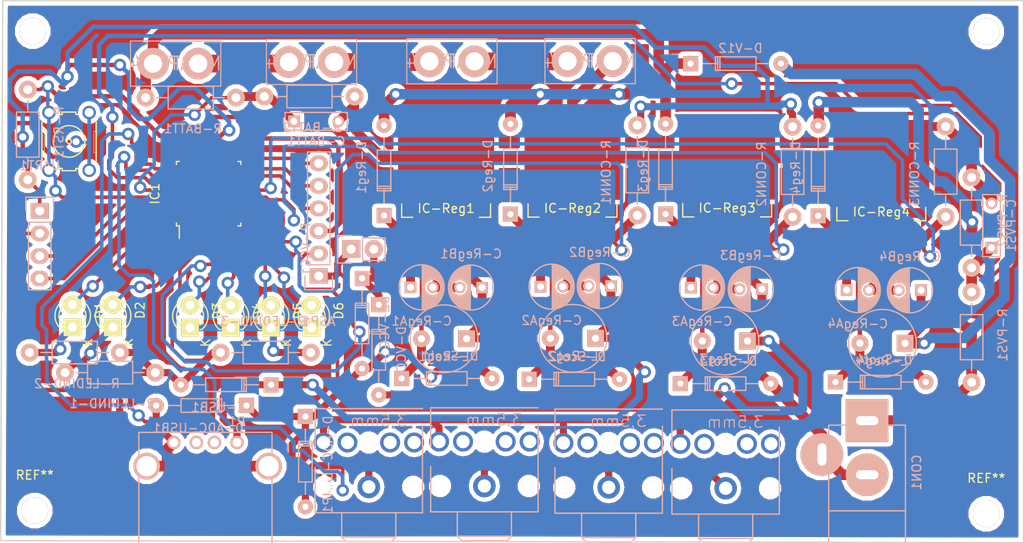
<source format=kicad_pcb>
(kicad_pcb (version 4) (host pcbnew "(2015-11-24 BZR 6329, Git e511afd)-product")
  (layers (0 F.Cu signal hide) (31 B.Cu signal hide) (34 B.Paste user) (35 F.Paste user) (36 B.SilkS user) (37 F.SilkS user) (38 B.Mask user) (39 F.Mask user) (44 Edge.Cuts user))
  (net 0 "")
  (net 1 VCC)
  (net 2 GND)
  (net 3 /NRST)
  (net 4 "Net-(ASP1-Pad4)")
  (net 5 "Net-(ASP1-Pad5)")
  (net 6 "Net-(ASP1-Pad6)")
  (net 7 +12V)
  (net 8 "Net-(BATT1-Pad2)")
  (net 9 "Net-(BATT2-Pad2)")
  (net 10 "Net-(BATT3-Pad2)")
  (net 11 /ADC-BATT)
  (net 12 /ADC-PV)
  (net 13 "Net-(C-RegA1-Pad1)")
  (net 14 "Net-(C-RegA2-Pad1)")
  (net 15 "Net-(C-RegA3-Pad1)")
  (net 16 "Net-(C-RegA4-Pad1)")
  (net 17 "Net-(C-RegB1-Pad1)")
  (net 18 "Net-(C-RegB2-Pad1)")
  (net 19 "Net-(C-RegB3-Pad1)")
  (net 20 "Net-(C-RegB4-Pad1)")
  (net 21 /PV-IN)
  (net 22 /ADC-LAMP)
  (net 23 /ADC-USB)
  (net 24 "Net-(D-Scot1-Pad1)")
  (net 25 "Net-(D-Scot2-Pad1)")
  (net 26 "Net-(D-Scot3-Pad1)")
  (net 27 "Net-(D-Scot4-Pad1)")
  (net 28 "Net-(D-VCC1-Pad1)")
  (net 29 "Net-(D1-Pad1)")
  (net 30 /L-IN)
  (net 31 "Net-(D2-Pad1)")
  (net 32 /L-OUT)
  (net 33 "Net-(D3-Pad1)")
  (net 34 /L1)
  (net 35 /L2)
  (net 36 /L3)
  (net 37 /L4)
  (net 38 /CONN-USB)
  (net 39 /CONN-LAMP)
  (net 40 /CONN-PV)
  (net 41 "Net-(IC1-Pad14)")
  (net 42 "Net-(IC1-Pad19)")
  (net 43 "Net-(IC1-Pad22)")
  (net 44 "Net-(IC1-Pad23)")
  (net 45 "Net-(IC1-Pad24)")
  (net 46 "Net-(IC1-Pad30)")
  (net 47 "Net-(IC1-Pad31)")
  (net 48 "Net-(IC1-Pad32)")
  (net 49 "Net-(U1-Pad3)")
  (net 50 "Net-(U1-Pad4)")
  (net 51 "Net-(U2-Pad3)")
  (net 52 "Net-(U2-Pad4)")
  (net 53 "Net-(U3-Pad3)")
  (net 54 "Net-(U3-Pad4)")
  (net 55 "Net-(U4-Pad3)")
  (net 56 "Net-(U4-Pad4)")
  (net 57 "Net-(P1-Pad3)")
  (net 58 "Net-(P1-Pad2)")
  (net 59 "Net-(U1-Pad2)")
  (net 60 "Net-(U2-Pad2)")
  (net 61 "Net-(U3-Pad2)")
  (net 62 "Net-(U4-Pad2)")
  (module switch-omron:B3F-10XX (layer F.Cu) (at 97.8408 74.803 90)
    (fp_text reference S-RST1)
    (fp_text value 10-XX)
    (pad 1 thru_hole oval (at -3.2512 -2.2606 90) (size 1.524 1.524) (drill 1.016) (layers *.Cu *.Mask) (net 3 /NRST))
    (pad 3 thru_hole oval (at -3.2512 2.2606 90) (size 1.524 1.524) (drill 1.016) (layers *.Cu *.Mask) (net 2 GND))
    (pad 2 thru_hole oval (at 3.2512 -2.2606 90) (size 1.524 1.524) (drill 1.016) (layers *.Cu *.Mask) (net 3 /NRST))
    (pad 4 thru_hole oval (at 3.2512 2.2606 90) (size 1.524 1.524) (drill 1.016) (layers *.Cu *.Mask) (net 2 GND))
  )
  (module Mounting_Holes:MountingHole_3mm (layer F.Cu) (at 93.98 116.3828)
    (fp_text reference REF** (at 0 -4.0005) (layer F.SilkS))
    (fp_text value MountingHole_3mm)
    (pad 1 thru_hole circle (at 0 0) (size 3 3) (drill 3) (layers))
  )
  (module Inductors:INDUCTOR_V (layer B.Cu) (at 154.5336 96.9772 180)
    (fp_text reference L-Reg2 (at 0 -1.99898 180) (layer B.SilkS) (effects (justify mirror)))
    (fp_text value INDUCTOR)
    (pad 1 thru_hole rect (at -2.54 0 180) (size 1.905 1.905) (drill 0.8128) (layers *.Cu *.Mask B.SilkS) (net 18 "Net-(C-RegB2-Pad1)"))
    (pad 2 thru_hole circle (at 2.54 0 180) (size 1.905 1.905) (drill 0.8128) (layers *.Cu *.Mask B.SilkS) (net 25 "Net-(D-Scot2-Pad1)"))
  )
  (module Capacitors_ThroughHole:C_Radial_D5_L6_P2.5 (layer B.Cu) (at 158.8116 91.0844 180)
    (fp_text reference C-RegB2 (at 1.25 3.8 180) (layer B.SilkS) (effects (justify mirror)))
    (fp_text value CP)
    (pad 1 thru_hole rect (at 0 0 180) (size 1.3 1.3) (drill 0.8) (layers *.Cu *.Mask B.SilkS) (net 18 "Net-(C-RegB2-Pad1)"))
    (pad 2 thru_hole circle (at 2.5 0 180) (size 1.3 1.3) (drill 0.8) (layers *.Cu *.Mask B.SilkS) (net 2 GND))
  )
  (module Capacitors_ThroughHole:C_Radial_D5_L6_P2.5 (layer B.Cu) (at 167.807 91.2622)
    (fp_text reference C-RegA3 (at 1.25 3.8) (layer B.SilkS) (effects (justify mirror)))
    (fp_text value CP)
    (pad 1 thru_hole rect (at 0 0) (size 1.3 1.3) (drill 0.8) (layers *.Cu *.Mask B.SilkS) (net 15 "Net-(C-RegA3-Pad1)"))
    (pad 2 thru_hole circle (at 2.5 0) (size 1.3 1.3) (drill 0.8) (layers *.Cu *.Mask B.SilkS) (net 2 GND))
  )
  (module Capacitors_ThroughHole:C_Radial_D5_L6_P2.5 (layer B.Cu) (at 185.333 91.5416)
    (fp_text reference C-RegA4 (at 1.25 3.8) (layer B.SilkS) (effects (justify mirror)))
    (fp_text value CP)
    (pad 1 thru_hole rect (at 0 0) (size 1.3 1.3) (drill 0.8) (layers *.Cu *.Mask B.SilkS) (net 16 "Net-(C-RegA4-Pad1)"))
    (pad 2 thru_hole circle (at 2.5 0) (size 1.3 1.3) (drill 0.8) (layers *.Cu *.Mask B.SilkS) (net 2 GND))
  )
  (module SparkFun:SparkFun-1X02_XTRA_BIG (layer B.Cu) (at 140.9192 65.786)
    (fp_text reference BATT3 (at 0 0) (layer B.SilkS) (effects (justify mirror)))
    (fp_text value M02PTH4 (at 0 0) (layer B.SilkS) (effects (justify mirror)))
    (pad 1 thru_hole circle (at -2.54 0) (size 3.556 3.556) (drill 2.0574) (layers *.Cu B.Paste B.SilkS B.Mask) (net 9 "Net-(BATT2-Pad2)"))
    (pad 2 thru_hole circle (at 2.54 0) (size 3.556 3.556) (drill 2.0574) (layers *.Cu B.Paste B.SilkS B.Mask) (net 10 "Net-(BATT3-Pad2)"))
  )
  (module Housings_QFP:TQFP-32_7x7mm_Pitch0.8mm (layer F.Cu) (at 113.5446 80.6876 90)
    (fp_text reference IC1 (at 0 -6.05 90) (layer F.SilkS))
    (fp_text value ATMEGA8A-A)
    (pad 1 smd rect (at -4.25 -2.8 90) (size 1.6 0.55) (layers F.Cu F.Paste F.Mask) (net 30 /L-IN))
    (pad 2 smd rect (at -4.25 -2 90) (size 1.6 0.55) (layers F.Cu F.Paste F.Mask) (net 32 /L-OUT))
    (pad 3 smd rect (at -4.25 -1.2 90) (size 1.6 0.55) (layers F.Cu F.Paste F.Mask) (net 2 GND))
    (pad 4 smd rect (at -4.25 -0.4 90) (size 1.6 0.55) (layers F.Cu F.Paste F.Mask) (net 1 VCC))
    (pad 5 smd rect (at -4.25 0.4 90) (size 1.6 0.55) (layers F.Cu F.Paste F.Mask) (net 2 GND))
    (pad 6 smd rect (at -4.25 1.2 90) (size 1.6 0.55) (layers F.Cu F.Paste F.Mask) (net 1 VCC))
    (pad 7 smd rect (at -4.25 2 90) (size 1.6 0.55) (layers F.Cu F.Paste F.Mask) (net 34 /L1))
    (pad 8 smd rect (at -4.25 2.8 90) (size 1.6 0.55) (layers F.Cu F.Paste F.Mask) (net 35 /L2))
    (pad 9 smd rect (at -2.8 4.25 180) (size 1.6 0.55) (layers F.Cu F.Paste F.Mask) (net 36 /L3))
    (pad 10 smd rect (at -2 4.25 180) (size 1.6 0.55) (layers F.Cu F.Paste F.Mask) (net 37 /L4))
    (pad 11 smd rect (at -1.2 4.25 180) (size 1.6 0.55) (layers F.Cu F.Paste F.Mask) (net 38 /CONN-USB))
    (pad 12 smd rect (at -0.4 4.25 180) (size 1.6 0.55) (layers F.Cu F.Paste F.Mask) (net 39 /CONN-LAMP))
    (pad 13 smd rect (at 0.4 4.25 180) (size 1.6 0.55) (layers F.Cu F.Paste F.Mask) (net 40 /CONN-PV))
    (pad 14 smd rect (at 1.2 4.25 180) (size 1.6 0.55) (layers F.Cu F.Paste F.Mask) (net 41 "Net-(IC1-Pad14)"))
    (pad 15 smd rect (at 2 4.25 180) (size 1.6 0.55) (layers F.Cu F.Paste F.Mask) (net 4 "Net-(ASP1-Pad4)"))
    (pad 16 smd rect (at 2.8 4.25 180) (size 1.6 0.55) (layers F.Cu F.Paste F.Mask) (net 5 "Net-(ASP1-Pad5)"))
    (pad 17 smd rect (at 4.25 2.8 90) (size 1.6 0.55) (layers F.Cu F.Paste F.Mask) (net 6 "Net-(ASP1-Pad6)"))
    (pad 18 smd rect (at 4.25 2 90) (size 1.6 0.55) (layers F.Cu F.Paste F.Mask) (net 1 VCC))
    (pad 19 smd rect (at 4.25 1.2 90) (size 1.6 0.55) (layers F.Cu F.Paste F.Mask) (net 42 "Net-(IC1-Pad19)"))
    (pad 20 smd rect (at 4.25 0.4 90) (size 1.6 0.55) (layers F.Cu F.Paste F.Mask) (net 1 VCC))
    (pad 21 smd rect (at 4.25 -0.4 90) (size 1.6 0.55) (layers F.Cu F.Paste F.Mask) (net 2 GND))
    (pad 22 smd rect (at 4.25 -1.2 90) (size 1.6 0.55) (layers F.Cu F.Paste F.Mask) (net 43 "Net-(IC1-Pad22)"))
    (pad 23 smd rect (at 4.25 -2 90) (size 1.6 0.55) (layers F.Cu F.Paste F.Mask) (net 44 "Net-(IC1-Pad23)"))
    (pad 24 smd rect (at 4.25 -2.8 90) (size 1.6 0.55) (layers F.Cu F.Paste F.Mask) (net 45 "Net-(IC1-Pad24)"))
    (pad 25 smd rect (at 2.8 -4.25 180) (size 1.6 0.55) (layers F.Cu F.Paste F.Mask) (net 23 /ADC-USB))
    (pad 26 smd rect (at 2 -4.25 180) (size 1.6 0.55) (layers F.Cu F.Paste F.Mask) (net 22 /ADC-LAMP))
    (pad 27 smd rect (at 1.2 -4.25 180) (size 1.6 0.55) (layers F.Cu F.Paste F.Mask) (net 12 /ADC-PV))
    (pad 28 smd rect (at 0.4 -4.25 180) (size 1.6 0.55) (layers F.Cu F.Paste F.Mask) (net 11 /ADC-BATT))
    (pad 29 smd rect (at -0.4 -4.25 180) (size 1.6 0.55) (layers F.Cu F.Paste F.Mask) (net 3 /NRST))
    (pad 30 smd rect (at -1.2 -4.25 180) (size 1.6 0.55) (layers F.Cu F.Paste F.Mask) (net 46 "Net-(IC1-Pad30)"))
    (pad 31 smd rect (at -2 -4.25 180) (size 1.6 0.55) (layers F.Cu F.Paste F.Mask) (net 47 "Net-(IC1-Pad31)"))
    (pad 32 smd rect (at -2.8 -4.25 180) (size 1.6 0.55) (layers F.Cu F.Paste F.Mask) (net 48 "Net-(IC1-Pad32)"))
  )
  (module SparkFun:SparkFun-1X02_XTRA_BIG (layer B.Cu) (at 109.8296 66.04)
    (fp_text reference BATT1 (at 0 0) (layer B.SilkS) (effects (justify mirror)))
    (fp_text value M02PTH4 (at 0 0) (layer B.SilkS) (effects (justify mirror)))
    (pad 1 thru_hole circle (at -2.54 0) (size 3.556 3.556) (drill 2.0574) (layers *.Cu B.Paste B.SilkS B.Mask) (net 7 +12V))
    (pad 2 thru_hole circle (at 2.54 0) (size 3.556 3.556) (drill 2.0574) (layers *.Cu B.Paste B.SilkS B.Mask) (net 8 "Net-(BATT1-Pad2)"))
  )
  (module SparkFun:SparkFun-1X02_XTRA_BIG (layer B.Cu) (at 125.1204 65.8622)
    (fp_text reference BATT2 (at 0 0) (layer B.SilkS) (effects (justify mirror)))
    (fp_text value M02PTH4 (at 0 0) (layer B.SilkS) (effects (justify mirror)))
    (pad 1 thru_hole circle (at -2.54 0) (size 3.556 3.556) (drill 2.0574) (layers *.Cu B.Paste B.SilkS B.Mask) (net 8 "Net-(BATT1-Pad2)"))
    (pad 2 thru_hole circle (at 2.54 0) (size 3.556 3.556) (drill 2.0574) (layers *.Cu B.Paste B.SilkS B.Mask) (net 9 "Net-(BATT2-Pad2)"))
  )
  (module SparkFun:SparkFun-1X02_XTRA_BIG (layer B.Cu) (at 156.464 65.7606)
    (fp_text reference BATT4 (at 0 0) (layer B.SilkS) (effects (justify mirror)))
    (fp_text value M02PTH4 (at 0 0) (layer B.SilkS) (effects (justify mirror)))
    (pad 1 thru_hole circle (at -2.54 0) (size 3.556 3.556) (drill 2.0574) (layers *.Cu B.Paste B.SilkS B.Mask) (net 10 "Net-(BATT3-Pad2)"))
    (pad 2 thru_hole circle (at 2.54 0) (size 3.556 3.556) (drill 2.0574) (layers *.Cu B.Paste B.SilkS B.Mask) (net 2 GND))
  )
  (module Capacitors_ThroughHole:C_Rect_L7_W2_P5 (layer B.Cu) (at 123.143 72.5424)
    (fp_text reference C-BATT1 (at 2.5 2.25) (layer B.SilkS) (effects (justify mirror)))
    (fp_text value C)
    (pad 1 thru_hole rect (at 0 0) (size 1.3 1.3) (drill 0.8) (layers *.Cu *.Mask B.SilkS) (net 11 /ADC-BATT))
    (pad 2 thru_hole circle (at 5 0) (size 1.3 1.3) (drill 0.8) (layers *.Cu *.Mask B.SilkS) (net 2 GND))
  )
  (module Capacitors_ThroughHole:C_Rect_L7_W2_P5 (layer B.Cu) (at 201.6252 86.788 90)
    (fp_text reference C-PVS1 (at 2.5 2.25 90) (layer B.SilkS) (effects (justify mirror)))
    (fp_text value C)
    (pad 1 thru_hole rect (at 0 0 90) (size 1.3 1.3) (drill 0.8) (layers *.Cu *.Mask B.SilkS) (net 12 /ADC-PV))
    (pad 2 thru_hole circle (at 5 0 90) (size 1.3 1.3) (drill 0.8) (layers *.Cu *.Mask B.SilkS) (net 2 GND))
  )
  (module Capacitors_ThroughHole:C_Radial_D5_L6_P2.5 (layer B.Cu) (at 136.2602 91.2368)
    (fp_text reference C-RegA1 (at 1.25 3.8) (layer B.SilkS) (effects (justify mirror)))
    (fp_text value CP)
    (pad 1 thru_hole rect (at 0 0) (size 1.3 1.3) (drill 0.8) (layers *.Cu *.Mask B.SilkS) (net 13 "Net-(C-RegA1-Pad1)"))
    (pad 2 thru_hole circle (at 2.5 0) (size 1.3 1.3) (drill 0.8) (layers *.Cu *.Mask B.SilkS) (net 2 GND))
  )
  (module Capacitors_ThroughHole:C_Radial_D5_L6_P2.5 (layer B.Cu) (at 150.8906 91.1606)
    (fp_text reference C-RegA2 (at 1.25 3.8) (layer B.SilkS) (effects (justify mirror)))
    (fp_text value CP)
    (pad 1 thru_hole rect (at 0 0) (size 1.3 1.3) (drill 0.8) (layers *.Cu *.Mask B.SilkS) (net 14 "Net-(C-RegA2-Pad1)"))
    (pad 2 thru_hole circle (at 2.5 0) (size 1.3 1.3) (drill 0.8) (layers *.Cu *.Mask B.SilkS) (net 2 GND))
  )
  (module Capacitors_ThroughHole:C_Radial_D5_L6_P2.5 (layer B.Cu) (at 144.3082 91.2622 180)
    (fp_text reference C-RegB1 (at 1.25 3.8 180) (layer B.SilkS) (effects (justify mirror)))
    (fp_text value CP)
    (pad 1 thru_hole rect (at 0 0 180) (size 1.3 1.3) (drill 0.8) (layers *.Cu *.Mask B.SilkS) (net 17 "Net-(C-RegB1-Pad1)"))
    (pad 2 thru_hole circle (at 2.5 0 180) (size 1.3 1.3) (drill 0.8) (layers *.Cu *.Mask B.SilkS) (net 2 GND))
  )
  (module Capacitors_ThroughHole:C_Radial_D5_L6_P2.5 (layer B.Cu) (at 175.7934 91.44 180)
    (fp_text reference C-RegB3 (at 1.25 3.8 180) (layer B.SilkS) (effects (justify mirror)))
    (fp_text value CP)
    (pad 1 thru_hole rect (at 0 0 180) (size 1.3 1.3) (drill 0.8) (layers *.Cu *.Mask B.SilkS) (net 19 "Net-(C-RegB3-Pad1)"))
    (pad 2 thru_hole circle (at 2.5 0 180) (size 1.3 1.3) (drill 0.8) (layers *.Cu *.Mask B.SilkS) (net 2 GND))
  )
  (module Capacitors_ThroughHole:C_Radial_D5_L6_P2.5 (layer B.Cu) (at 193.7004 91.567 180)
    (fp_text reference C-RegB4 (at 1.25 3.8 180) (layer B.SilkS) (effects (justify mirror)))
    (fp_text value CP)
    (pad 1 thru_hole rect (at 0 0 180) (size 1.3 1.3) (drill 0.8) (layers *.Cu *.Mask B.SilkS) (net 20 "Net-(C-RegB4-Pad1)"))
    (pad 2 thru_hole circle (at 2.5 0 180) (size 1.3 1.3) (drill 0.8) (layers *.Cu *.Mask B.SilkS) (net 2 GND))
  )
  (module Connect:JACK_ALIM (layer B.Cu) (at 187.6298 112.3442 90)
    (fp_text reference CON1 (at 0.254 5.588 90) (layer B.SilkS) (effects (justify mirror)))
    (fp_text value BARREL_JACK)
    (pad 2 thru_hole circle (at 0 0 90) (size 4.8006 4.8006) (drill oval 1.016 2.54) (layers *.Cu *.Mask B.SilkS) (net 2 GND))
    (pad 1 thru_hole rect (at 6.096 0 90) (size 4.8006 4.8006) (drill oval 1.016 2.54) (layers *.Cu *.Mask B.SilkS) (net 21 /PV-IN))
    (pad 3 thru_hole circle (at 2.286 -5.08 90) (size 4.8006 4.8006) (drill oval 2.54 1.016) (layers *.Cu *.Mask B.SilkS) (net 2 GND))
  )
  (module Diodes_ThroughHole:Diode_DO-35_SOD27_Horizontal_RM10 (layer B.Cu) (at 124.43206 105.79048 270)
    (fp_text reference D-ADC-LAMP1 (at 5.43052 -2.53746 270) (layer B.SilkS) (effects (justify mirror)))
    (fp_text value D_Schottky)
    (pad 2 thru_hole circle (at 10.16052 0.00254 90) (size 1.69926 1.69926) (drill 0.70104) (layers *.Cu *.Mask B.SilkS) (net 22 /ADC-LAMP))
    (pad 1 thru_hole rect (at 0.00052 0.00254 90) (size 1.69926 1.69926) (drill 0.70104) (layers *.Cu *.Mask B.SilkS) (net 2 GND))
  )
  (module Diodes_ThroughHole:Diode_DO-35_SOD27_Horizontal_RM10 (layer B.Cu) (at 117.80572 104.54894 180)
    (fp_text reference D-ADC-USB1 (at 5.43052 -2.53746 180) (layer B.SilkS) (effects (justify mirror)))
    (fp_text value D_Schottky)
    (pad 2 thru_hole circle (at 10.16052 0.00254) (size 1.69926 1.69926) (drill 0.70104) (layers *.Cu *.Mask B.SilkS) (net 23 /ADC-USB))
    (pad 1 thru_hole rect (at 0.00052 0.00254) (size 1.69926 1.69926) (drill 0.70104) (layers *.Cu *.Mask B.SilkS) (net 2 GND))
  )
  (module Diodes_ThroughHole:Diode_DO-35_SOD27_Horizontal_RM10 (layer B.Cu) (at 133.27634 83.16012 90)
    (fp_text reference D-Reg1 (at 5.43052 -2.53746 90) (layer B.SilkS) (effects (justify mirror)))
    (fp_text value D)
    (pad 2 thru_hole circle (at 10.16052 0.00254 270) (size 1.69926 1.69926) (drill 0.70104) (layers *.Cu *.Mask B.SilkS) (net 7 +12V))
    (pad 1 thru_hole rect (at 0.00052 0.00254 270) (size 1.69926 1.69926) (drill 0.70104) (layers *.Cu *.Mask B.SilkS) (net 13 "Net-(C-RegA1-Pad1)"))
  )
  (module Diodes_ThroughHole:Diode_DO-35_SOD27_Horizontal_RM10 (layer B.Cu) (at 147.50034 83.00772 90)
    (fp_text reference D-Reg2 (at 5.43052 -2.53746 90) (layer B.SilkS) (effects (justify mirror)))
    (fp_text value D)
    (pad 2 thru_hole circle (at 10.16052 0.00254 270) (size 1.69926 1.69926) (drill 0.70104) (layers *.Cu *.Mask B.SilkS) (net 7 +12V))
    (pad 1 thru_hole rect (at 0.00052 0.00254 270) (size 1.69926 1.69926) (drill 0.70104) (layers *.Cu *.Mask B.SilkS) (net 14 "Net-(C-RegA2-Pad1)"))
  )
  (module Diodes_ThroughHole:Diode_DO-35_SOD27_Horizontal_RM10 (layer B.Cu) (at 164.95014 82.98232 90)
    (fp_text reference D-Reg3 (at 5.43052 -2.53746 90) (layer B.SilkS) (effects (justify mirror)))
    (fp_text value D)
    (pad 2 thru_hole circle (at 10.16052 0.00254 270) (size 1.69926 1.69926) (drill 0.70104) (layers *.Cu *.Mask B.SilkS) (net 7 +12V))
    (pad 1 thru_hole rect (at 0.00052 0.00254 270) (size 1.69926 1.69926) (drill 0.70104) (layers *.Cu *.Mask B.SilkS) (net 15 "Net-(C-RegA3-Pad1)"))
  )
  (module Diodes_ThroughHole:Diode_DO-35_SOD27_Horizontal_RM10 (layer B.Cu) (at 182.12054 83.18552 90)
    (fp_text reference D-Reg4 (at 5.43052 -2.53746 90) (layer B.SilkS) (effects (justify mirror)))
    (fp_text value D)
    (pad 2 thru_hole circle (at 10.16052 0.00254 270) (size 1.69926 1.69926) (drill 0.70104) (layers *.Cu *.Mask B.SilkS) (net 21 /PV-IN))
    (pad 1 thru_hole rect (at 0.00052 0.00254 270) (size 1.69926 1.69926) (drill 0.70104) (layers *.Cu *.Mask B.SilkS) (net 16 "Net-(C-RegA4-Pad1)"))
  )
  (module Diodes_ThroughHole:Diode_DO-35_SOD27_Horizontal_RM10 (layer B.Cu) (at 135.255 101.4984)
    (fp_text reference D-Scot1 (at 5.43052 -2.53746) (layer B.SilkS) (effects (justify mirror)))
    (fp_text value D_Schottky)
    (pad 2 thru_hole circle (at 10.16052 0.00254 180) (size 1.69926 1.69926) (drill 0.70104) (layers *.Cu *.Mask B.SilkS) (net 2 GND))
    (pad 1 thru_hole rect (at 0.00052 0.00254 180) (size 1.69926 1.69926) (drill 0.70104) (layers *.Cu *.Mask B.SilkS) (net 24 "Net-(D-Scot1-Pad1)"))
  )
  (module Diodes_ThroughHole:Diode_DO-35_SOD27_Horizontal_RM10 (layer B.Cu) (at 149.60548 101.57714)
    (fp_text reference D-Scot2 (at 5.43052 -2.53746) (layer B.SilkS) (effects (justify mirror)))
    (fp_text value D_Schottky)
    (pad 2 thru_hole circle (at 10.16052 0.00254 180) (size 1.69926 1.69926) (drill 0.70104) (layers *.Cu *.Mask B.SilkS) (net 2 GND))
    (pad 1 thru_hole rect (at 0.00052 0.00254 180) (size 1.69926 1.69926) (drill 0.70104) (layers *.Cu *.Mask B.SilkS) (net 25 "Net-(D-Scot2-Pad1)"))
  )
  (module Diodes_ThroughHole:Diode_DO-35_SOD27_Horizontal_RM10 (layer B.Cu) (at 166.62348 102.08006)
    (fp_text reference D-Scot3 (at 5.43052 -2.53746) (layer B.SilkS) (effects (justify mirror)))
    (fp_text value D_Schottky)
    (pad 2 thru_hole circle (at 10.16052 0.00254 180) (size 1.69926 1.69926) (drill 0.70104) (layers *.Cu *.Mask B.SilkS) (net 2 GND))
    (pad 1 thru_hole rect (at 0.00052 0.00254 180) (size 1.69926 1.69926) (drill 0.70104) (layers *.Cu *.Mask B.SilkS) (net 26 "Net-(D-Scot3-Pad1)"))
  )
  (module Diodes_ThroughHole:Diode_DO-35_SOD27_Horizontal_RM10 (layer B.Cu) (at 184.0738 101.9048)
    (fp_text reference D-Scot4 (at 5.43052 -2.53746) (layer B.SilkS) (effects (justify mirror)))
    (fp_text value D_Schottky)
    (pad 2 thru_hole circle (at 10.16052 0.00254 180) (size 1.69926 1.69926) (drill 0.70104) (layers *.Cu *.Mask B.SilkS) (net 2 GND))
    (pad 1 thru_hole rect (at 0.00052 0.00254 180) (size 1.69926 1.69926) (drill 0.70104) (layers *.Cu *.Mask B.SilkS) (net 27 "Net-(D-Scot4-Pad1)"))
  )
  (module Diodes_ThroughHole:Diode_DO-35_SOD27_Horizontal_RM10 (layer B.Cu) (at 167.76648 66.03746)
    (fp_text reference D-V12 (at 5.61392 -1.72466) (layer B.SilkS) (effects (justify mirror)))
    (fp_text value D)
    (pad 2 thru_hole circle (at 10.16052 0.00254 180) (size 1.69926 1.69926) (drill 0.70104) (layers *.Cu *.Mask B.SilkS) (net 20 "Net-(C-RegB4-Pad1)"))
    (pad 1 thru_hole rect (at 0.00052 0.00254 180) (size 1.69926 1.69926) (drill 0.70104) (layers *.Cu *.Mask B.SilkS) (net 7 +12V))
  )
  (module Diodes_ThroughHole:Diode_DO-35_SOD27_Horizontal_RM10 (layer B.Cu) (at 120.57432 102.21214 180)
    (fp_text reference DZ-USB1 (at 5.43052 -2.53746 180) (layer B.SilkS) (effects (justify mirror)))
    (fp_text value 5v6)
    (pad 2 thru_hole circle (at 10.16052 0.00254) (size 1.69926 1.69926) (drill 0.70104) (layers *.Cu *.Mask B.SilkS) (net 2 GND))
    (pad 1 thru_hole rect (at 0.00052 0.00254) (size 1.69926 1.69926) (drill 0.70104) (layers *.Cu *.Mask B.SilkS) (net 18 "Net-(C-RegB2-Pad1)"))
  )
  (module Diodes_ThroughHole:Diode_DO-35_SOD27_Horizontal_RM10 (layer B.Cu) (at 130.80746 90.22028 270)
    (fp_text reference DZ-VCC1 (at 5.43052 -2.53746 270) (layer B.SilkS) (effects (justify mirror)))
    (fp_text value 5v1)
    (pad 2 thru_hole circle (at 10.16052 0.00254 90) (size 1.69926 1.69926) (drill 0.70104) (layers *.Cu *.Mask B.SilkS) (net 2 GND))
    (pad 1 thru_hole rect (at 0.00052 0.00254 90) (size 1.69926 1.69926) (drill 0.70104) (layers *.Cu *.Mask B.SilkS) (net 28 "Net-(D-VCC1-Pad1)"))
  )
  (module TO_SOT_Packages_SMD:TO-263-5Lead (layer F.Cu) (at 140.2606 85.852 90)
    (fp_text reference IC-Reg1 (at 3.5 0 180) (layer F.SilkS))
    (fp_text value LM2596S-5v)
    (pad 5 smd rect (at 0 3.4 90) (size 4.6 1.1) (layers F.Cu F.Paste F.Mask) (net 2 GND))
    (pad 4 smd rect (at 0 1.7 90) (size 4.6 1.1) (layers F.Cu F.Paste F.Mask) (net 17 "Net-(C-RegB1-Pad1)"))
    (pad 2 smd rect (at 0 -1.7 90) (size 4.6 1.1) (layers F.Cu F.Paste F.Mask) (net 24 "Net-(D-Scot1-Pad1)"))
    (pad 3 smd rect (at 9.15 0 90) (size 9.4 10.8) (layers F.Cu F.Paste F.Mask) (net 2 GND))
    (pad 3 smd rect (at 0 0 90) (size 4.6 1.1) (layers F.Cu F.Paste F.Mask) (net 2 GND))
    (pad 1 smd rect (at 0 -3.4 90) (size 4.6 1.1) (layers F.Cu F.Paste F.Mask) (net 13 "Net-(C-RegA1-Pad1)"))
  )
  (module TO_SOT_Packages_SMD:TO-263-5Lead (layer F.Cu) (at 154.4828 85.8326 90)
    (fp_text reference IC-Reg2 (at 3.5 0 180) (layer F.SilkS))
    (fp_text value LM2596S-5v)
    (pad 5 smd rect (at 0 3.4 90) (size 4.6 1.1) (layers F.Cu F.Paste F.Mask) (net 38 /CONN-USB))
    (pad 4 smd rect (at 0 1.7 90) (size 4.6 1.1) (layers F.Cu F.Paste F.Mask) (net 18 "Net-(C-RegB2-Pad1)"))
    (pad 2 smd rect (at 0 -1.7 90) (size 4.6 1.1) (layers F.Cu F.Paste F.Mask) (net 25 "Net-(D-Scot2-Pad1)"))
    (pad 3 smd rect (at 9.15 0 90) (size 9.4 10.8) (layers F.Cu F.Paste F.Mask) (net 2 GND))
    (pad 3 smd rect (at 0 0 90) (size 4.6 1.1) (layers F.Cu F.Paste F.Mask) (net 2 GND))
    (pad 1 smd rect (at 0 -3.4 90) (size 4.6 1.1) (layers F.Cu F.Paste F.Mask) (net 14 "Net-(C-RegA2-Pad1)"))
  )
  (module TO_SOT_Packages_SMD:TO-263-5Lead (layer F.Cu) (at 171.8818 85.8072 90)
    (fp_text reference IC-Reg3 (at 3.5 0 180) (layer F.SilkS))
    (fp_text value LM2596S-12v)
    (pad 5 smd rect (at 0 3.4 90) (size 4.6 1.1) (layers F.Cu F.Paste F.Mask) (net 39 /CONN-LAMP))
    (pad 4 smd rect (at 0 1.7 90) (size 4.6 1.1) (layers F.Cu F.Paste F.Mask) (net 19 "Net-(C-RegB3-Pad1)"))
    (pad 2 smd rect (at 0 -1.7 90) (size 4.6 1.1) (layers F.Cu F.Paste F.Mask) (net 26 "Net-(D-Scot3-Pad1)"))
    (pad 3 smd rect (at 9.15 0 90) (size 9.4 10.8) (layers F.Cu F.Paste F.Mask) (net 2 GND))
    (pad 3 smd rect (at 0 0 90) (size 4.6 1.1) (layers F.Cu F.Paste F.Mask) (net 2 GND))
    (pad 1 smd rect (at 0 -3.4 90) (size 4.6 1.1) (layers F.Cu F.Paste F.Mask) (net 15 "Net-(C-RegA3-Pad1)"))
  )
  (module TO_SOT_Packages_SMD:TO-263-5Lead (layer F.Cu) (at 189.23 86.239 90)
    (fp_text reference IC-Reg4 (at 3.5 0 180) (layer F.SilkS))
    (fp_text value LM2596S-Adj)
    (pad 5 smd rect (at 0 3.4 90) (size 4.6 1.1) (layers F.Cu F.Paste F.Mask) (net 40 /CONN-PV))
    (pad 4 smd rect (at 0 1.7 90) (size 4.6 1.1) (layers F.Cu F.Paste F.Mask) (net 2 GND))
    (pad 2 smd rect (at 0 -1.7 90) (size 4.6 1.1) (layers F.Cu F.Paste F.Mask) (net 27 "Net-(D-Scot4-Pad1)"))
    (pad 3 smd rect (at 9.15 0 90) (size 9.4 10.8) (layers F.Cu F.Paste F.Mask) (net 2 GND))
    (pad 3 smd rect (at 0 0 90) (size 4.6 1.1) (layers F.Cu F.Paste F.Mask) (net 2 GND))
    (pad 1 smd rect (at 0 -3.4 90) (size 4.6 1.1) (layers F.Cu F.Paste F.Mask) (net 16 "Net-(C-RegA4-Pad1)"))
  )
  (module Inductors:INDUCTOR_V (layer B.Cu) (at 140.0302 97.028 180)
    (fp_text reference L-Reg1 (at 0 -1.99898 180) (layer B.SilkS) (effects (justify mirror)))
    (fp_text value INDUCTOR)
    (pad 1 thru_hole rect (at -2.54 0 180) (size 1.905 1.905) (drill 0.8128) (layers *.Cu *.Mask B.SilkS) (net 17 "Net-(C-RegB1-Pad1)"))
    (pad 2 thru_hole circle (at 2.54 0 180) (size 1.905 1.905) (drill 0.8128) (layers *.Cu *.Mask B.SilkS) (net 24 "Net-(D-Scot1-Pad1)"))
  )
  (module Inductors:INDUCTOR_V (layer B.Cu) (at 171.6278 97.282 180)
    (fp_text reference L-Reg3 (at 0 -1.99898 180) (layer B.SilkS) (effects (justify mirror)))
    (fp_text value INDUCTOR)
    (pad 1 thru_hole rect (at -2.54 0 180) (size 1.905 1.905) (drill 0.8128) (layers *.Cu *.Mask B.SilkS) (net 19 "Net-(C-RegB3-Pad1)"))
    (pad 2 thru_hole circle (at 2.54 0 180) (size 1.905 1.905) (drill 0.8128) (layers *.Cu *.Mask B.SilkS) (net 26 "Net-(D-Scot3-Pad1)"))
  )
  (module Inductors:INDUCTOR_V (layer B.Cu) (at 189.357 97.536 180)
    (fp_text reference L-Reg4 (at 0 -1.99898 180) (layer B.SilkS) (effects (justify mirror)))
    (fp_text value INDUCTOR)
    (pad 1 thru_hole rect (at -2.54 0 180) (size 1.905 1.905) (drill 0.8128) (layers *.Cu *.Mask B.SilkS) (net 20 "Net-(C-RegB4-Pad1)"))
    (pad 2 thru_hole circle (at 2.54 0 180) (size 1.905 1.905) (drill 0.8128) (layers *.Cu *.Mask B.SilkS) (net 27 "Net-(D-Scot4-Pad1)"))
  )
  (module Pin_Headers:Pin_Header_Straight_1x02 (layer B.Cu) (at 129.5908 86.9442 270)
    (fp_text reference P-VCC1 (at 0 5.1 270) (layer B.SilkS) (effects (justify mirror)))
    (fp_text value CONN_01X02)
    (pad 1 thru_hole rect (at 0 0 270) (size 2.032 2.032) (drill 1.016) (layers *.Cu *.Mask B.SilkS) (net 1 VCC))
    (pad 2 thru_hole oval (at 0 -2.54 270) (size 2.032 2.032) (drill 1.016) (layers *.Cu *.Mask B.SilkS) (net 28 "Net-(D-VCC1-Pad1)"))
  )
  (module Resistors_ThroughHole:Resistor_Horizontal_RM10mm (layer B.Cu) (at 111.5314 69.8754)
    (fp_text reference R-BATT1 (at 0.24892 3.50012) (layer B.SilkS) (effects (justify mirror)))
    (fp_text value R)
    (pad 1 thru_hole circle (at -5.08 0) (size 1.99898 1.99898) (drill 1.00076) (layers *.Cu *.SilkS *.Mask) (net 7 +12V))
    (pad 2 thru_hole circle (at 5.08 0) (size 1.99898 1.99898) (drill 1.00076) (layers *.Cu *.SilkS *.Mask) (net 11 /ADC-BATT))
  )
  (module Resistors_ThroughHole:Resistor_Horizontal_RM10mm (layer B.Cu) (at 124.8918 69.7484)
    (fp_text reference R-BATT2 (at 0.24892 3.50012) (layer B.SilkS) (effects (justify mirror)))
    (fp_text value R)
    (pad 1 thru_hole circle (at -5.08 0) (size 1.99898 1.99898) (drill 1.00076) (layers *.Cu *.SilkS *.Mask) (net 11 /ADC-BATT))
    (pad 2 thru_hole circle (at 5.08 0) (size 1.99898 1.99898) (drill 1.00076) (layers *.Cu *.SilkS *.Mask) (net 2 GND))
  )
  (module Resistors_ThroughHole:Resistor_Horizontal_RM10mm (layer B.Cu) (at 161.7726 78.0542 270)
    (fp_text reference R-CONN1 (at 0.24892 3.50012 270) (layer B.SilkS) (effects (justify mirror)))
    (fp_text value 4k7)
    (pad 1 thru_hole circle (at -5.08 0 270) (size 1.99898 1.99898) (drill 1.00076) (layers *.Cu *.SilkS *.Mask) (net 1 VCC))
    (pad 2 thru_hole circle (at 5.08 0 270) (size 1.99898 1.99898) (drill 1.00076) (layers *.Cu *.SilkS *.Mask) (net 38 /CONN-USB))
  )
  (module Resistors_ThroughHole:Resistor_Horizontal_RM10mm (layer B.Cu) (at 179.2478 78.232 270)
    (fp_text reference R-CONN2 (at 0.24892 3.50012 270) (layer B.SilkS) (effects (justify mirror)))
    (fp_text value 4k7)
    (pad 1 thru_hole circle (at -5.08 0 270) (size 1.99898 1.99898) (drill 1.00076) (layers *.Cu *.SilkS *.Mask) (net 1 VCC))
    (pad 2 thru_hole circle (at 5.08 0 270) (size 1.99898 1.99898) (drill 1.00076) (layers *.Cu *.SilkS *.Mask) (net 39 /CONN-LAMP))
  )
  (module Resistors_ThroughHole:Resistor_Horizontal_RM10mm (layer B.Cu) (at 196.469 78.2066 270)
    (fp_text reference R-CONN3 (at 0.24892 3.50012 270) (layer B.SilkS) (effects (justify mirror)))
    (fp_text value 4k7)
    (pad 1 thru_hole circle (at -5.08 0 270) (size 1.99898 1.99898) (drill 1.00076) (layers *.Cu *.SilkS *.Mask) (net 2 GND))
    (pad 2 thru_hole circle (at 5.08 0 270) (size 1.99898 1.99898) (drill 1.00076) (layers *.Cu *.SilkS *.Mask) (net 40 /CONN-PV))
  )
  (module Resistors_ThroughHole:Resistor_Horizontal_RM10mm (layer B.Cu) (at 102.4636 100.838)
    (fp_text reference R-LEDIND-1 (at 0.24892 3.50012) (layer B.SilkS) (effects (justify mirror)))
    (fp_text value 330)
    (pad 1 thru_hole circle (at -5.08 0) (size 1.99898 1.99898) (drill 1.00076) (layers *.Cu *.SilkS *.Mask) (net 31 "Net-(D2-Pad1)"))
    (pad 2 thru_hole circle (at 5.08 0) (size 1.99898 1.99898) (drill 1.00076) (layers *.Cu *.SilkS *.Mask) (net 2 GND))
  )
  (module Resistors_ThroughHole:Resistor_Horizontal_RM10mm (layer B.Cu) (at 98.4758 98.5774)
    (fp_text reference R-LEDIND-2 (at 0.24892 3.50012) (layer B.SilkS) (effects (justify mirror)))
    (fp_text value 330)
    (pad 1 thru_hole circle (at -5.08 0) (size 1.99898 1.99898) (drill 1.00076) (layers *.Cu *.SilkS *.Mask) (net 29 "Net-(D1-Pad1)"))
    (pad 2 thru_hole circle (at 5.08 0) (size 1.99898 1.99898) (drill 1.00076) (layers *.Cu *.SilkS *.Mask) (net 2 GND))
  )
  (module Resistors_ThroughHole:Resistor_Horizontal_RM10mm (layer B.Cu) (at 119.9642 98.5774 180)
    (fp_text reference R-LEDIND-3 (at 0.24892 3.50012 180) (layer B.SilkS) (effects (justify mirror)))
    (fp_text value 330)
    (pad 1 thru_hole circle (at -5.08 0 180) (size 1.99898 1.99898) (drill 1.00076) (layers *.Cu *.SilkS *.Mask) (net 33 "Net-(D3-Pad1)"))
    (pad 2 thru_hole circle (at 5.08 0 180) (size 1.99898 1.99898) (drill 1.00076) (layers *.Cu *.SilkS *.Mask) (net 2 GND))
  )
  (module Resistors_ThroughHole:Resistor_Horizontal_RM10mm (layer B.Cu) (at 199.39 96.8502 90)
    (fp_text reference R-PVS1 (at 0.24892 3.50012 90) (layer B.SilkS) (effects (justify mirror)))
    (fp_text value R)
    (pad 1 thru_hole circle (at -5.08 0 90) (size 1.99898 1.99898) (drill 1.00076) (layers *.Cu *.SilkS *.Mask) (net 21 /PV-IN))
    (pad 2 thru_hole circle (at 5.08 0 90) (size 1.99898 1.99898) (drill 1.00076) (layers *.Cu *.SilkS *.Mask) (net 12 /ADC-PV))
  )
  (module Resistors_ThroughHole:Resistor_Horizontal_RM10mm (layer B.Cu) (at 199.39 83.947 90)
    (fp_text reference R-PVS2 (at 0.24892 3.50012 90) (layer B.SilkS) (effects (justify mirror)))
    (fp_text value R)
    (pad 1 thru_hole circle (at -5.08 0 90) (size 1.99898 1.99898) (drill 1.00076) (layers *.Cu *.SilkS *.Mask) (net 12 /ADC-PV))
    (pad 2 thru_hole circle (at 5.08 0 90) (size 1.99898 1.99898) (drill 1.00076) (layers *.Cu *.SilkS *.Mask) (net 2 GND))
  )
  (module Resistors_ThroughHole:Resistor_Horizontal_RM10mm (layer B.Cu) (at 93.1926 74.041 90)
    (fp_text reference R-RST1 (at 0.24892 3.50012 90) (layer B.SilkS) (effects (justify mirror)))
    (fp_text value 4k7)
    (pad 1 thru_hole circle (at -5.08 0 90) (size 1.99898 1.99898) (drill 1.00076) (layers *.Cu *.SilkS *.Mask) (net 1 VCC))
    (pad 2 thru_hole circle (at 5.08 0 90) (size 1.99898 1.99898) (drill 1.00076) (layers *.Cu *.SilkS *.Mask) (net 3 /NRST))
  )
  (module adafruit:STX3100 (layer B.Cu) (at 158.65602 116.46154 90)
    (fp_text reference U1)
    (fp_text value STEREOJACK_STX3100)
    (fp_text user 3,5mm (at 10.15492 0.98044 360) (layer B.SilkS) (effects (font (size 1.27 1.27) (thickness 0.127)) (justify mirror)))
    (pad Hole np_thru_hole circle (at 2.69748 4.89966 90) (size 1.4986 1.4986) (drill 1.4986) (layers *.Cu *.Mask B.SilkS))
    (pad Hole np_thru_hole circle (at 2.69748 -5.09778 90) (size 1.4986 1.4986) (drill 1.4986) (layers *.Cu *.Mask B.SilkS))
    (pad Hole np_thru_hole circle (at 7.69874 -0.09906 90) (size 1.4986 1.4986) (drill 1.4986) (layers *.Cu *.Mask B.SilkS))
    (pad 1 thru_hole oval (at 2.69748 -0.09906 90) (size 2.54 2.54) (drill 1.4986) (layers *.Cu *.Mask) (net 22 /ADC-LAMP))
    (pad 3 thru_hole oval (at 7.69874 2.2987 90) (size 2.2479 2.2479) (drill 1.4986) (layers *.Cu *.Mask) (net 49 "Net-(U1-Pad3)"))
    (pad 4 thru_hole oval (at 7.69874 -2.49936 90) (size 2.2479 2.2479) (drill 1.4986) (layers *.Cu *.Mask) (net 50 "Net-(U1-Pad4)"))
    (pad 5 thru_hole oval (at 7.69874 -5.19938 90) (size 2.2479 2.2479) (drill 1.4986) (layers *.Cu *.Mask) (net 19 "Net-(C-RegB3-Pad1)"))
    (pad 2 thru_hole oval (at 7.69874 4.99872 90) (size 2.2479 2.2479) (drill 1.4986) (layers *.Cu *.Mask) (net 59 "Net-(U1-Pad2)"))
  )
  (module adafruit:STX3100 (layer B.Cu) (at 171.81322 116.56314 90)
    (fp_text reference U2)
    (fp_text value STEREOJACK_STX3100)
    (fp_text user 3,5mm (at 10.15492 0.98044 360) (layer B.SilkS) (effects (font (size 1.27 1.27) (thickness 0.127)) (justify mirror)))
    (pad Hole np_thru_hole circle (at 2.69748 4.89966 90) (size 1.4986 1.4986) (drill 1.4986) (layers *.Cu *.Mask B.SilkS))
    (pad Hole np_thru_hole circle (at 2.69748 -5.09778 90) (size 1.4986 1.4986) (drill 1.4986) (layers *.Cu *.Mask B.SilkS))
    (pad Hole np_thru_hole circle (at 7.69874 -0.09906 90) (size 1.4986 1.4986) (drill 1.4986) (layers *.Cu *.Mask B.SilkS))
    (pad 1 thru_hole oval (at 2.69748 -0.09906 90) (size 2.54 2.54) (drill 1.4986) (layers *.Cu *.Mask) (net 22 /ADC-LAMP))
    (pad 3 thru_hole oval (at 7.69874 2.2987 90) (size 2.2479 2.2479) (drill 1.4986) (layers *.Cu *.Mask) (net 51 "Net-(U2-Pad3)"))
    (pad 4 thru_hole oval (at 7.69874 -2.49936 90) (size 2.2479 2.2479) (drill 1.4986) (layers *.Cu *.Mask) (net 52 "Net-(U2-Pad4)"))
    (pad 5 thru_hole oval (at 7.69874 -5.19938 90) (size 2.2479 2.2479) (drill 1.4986) (layers *.Cu *.Mask) (net 19 "Net-(C-RegB3-Pad1)"))
    (pad 2 thru_hole oval (at 7.69874 4.99872 90) (size 2.2479 2.2479) (drill 1.4986) (layers *.Cu *.Mask) (net 60 "Net-(U2-Pad2)"))
  )
  (module adafruit:STX3100 (layer B.Cu) (at 144.66824 116.30914 90)
    (fp_text reference U3)
    (fp_text value STEREOJACK_STX3100)
    (fp_text user 3,5mm (at 10.15492 0.98044 360) (layer B.SilkS) (effects (font (size 1.27 1.27) (thickness 0.127)) (justify mirror)))
    (pad Hole np_thru_hole circle (at 2.69748 4.89966 90) (size 1.4986 1.4986) (drill 1.4986) (layers *.Cu *.Mask B.SilkS))
    (pad Hole np_thru_hole circle (at 2.69748 -5.09778 90) (size 1.4986 1.4986) (drill 1.4986) (layers *.Cu *.Mask B.SilkS))
    (pad Hole np_thru_hole circle (at 7.69874 -0.09906 90) (size 1.4986 1.4986) (drill 1.4986) (layers *.Cu *.Mask B.SilkS))
    (pad 1 thru_hole oval (at 2.69748 -0.09906 90) (size 2.54 2.54) (drill 1.4986) (layers *.Cu *.Mask) (net 22 /ADC-LAMP))
    (pad 3 thru_hole oval (at 7.69874 2.2987 90) (size 2.2479 2.2479) (drill 1.4986) (layers *.Cu *.Mask) (net 53 "Net-(U3-Pad3)"))
    (pad 4 thru_hole oval (at 7.69874 -2.49936 90) (size 2.2479 2.2479) (drill 1.4986) (layers *.Cu *.Mask) (net 54 "Net-(U3-Pad4)"))
    (pad 5 thru_hole oval (at 7.69874 -5.19938 90) (size 2.2479 2.2479) (drill 1.4986) (layers *.Cu *.Mask) (net 19 "Net-(C-RegB3-Pad1)"))
    (pad 2 thru_hole oval (at 7.69874 4.99872 90) (size 2.2479 2.2479) (drill 1.4986) (layers *.Cu *.Mask) (net 61 "Net-(U3-Pad2)"))
  )
  (module adafruit:STX3100 (layer B.Cu) (at 131.66344 116.41074 90)
    (fp_text reference U4)
    (fp_text value STEREOJACK_STX3100)
    (fp_text user 3,5mm (at 10.15492 0.98044 360) (layer B.SilkS) (effects (font (size 1.27 1.27) (thickness 0.127)) (justify mirror)))
    (pad Hole np_thru_hole circle (at 2.69748 4.89966 90) (size 1.4986 1.4986) (drill 1.4986) (layers *.Cu *.Mask B.SilkS))
    (pad Hole np_thru_hole circle (at 2.69748 -5.09778 90) (size 1.4986 1.4986) (drill 1.4986) (layers *.Cu *.Mask B.SilkS))
    (pad Hole np_thru_hole circle (at 7.69874 -0.09906 90) (size 1.4986 1.4986) (drill 1.4986) (layers *.Cu *.Mask B.SilkS))
    (pad 1 thru_hole oval (at 2.69748 -0.09906 90) (size 2.54 2.54) (drill 1.4986) (layers *.Cu *.Mask) (net 22 /ADC-LAMP))
    (pad 3 thru_hole oval (at 7.69874 2.2987 90) (size 2.2479 2.2479) (drill 1.4986) (layers *.Cu *.Mask) (net 55 "Net-(U4-Pad3)"))
    (pad 4 thru_hole oval (at 7.69874 -2.49936 90) (size 2.2479 2.2479) (drill 1.4986) (layers *.Cu *.Mask) (net 56 "Net-(U4-Pad4)"))
    (pad 5 thru_hole oval (at 7.69874 -5.19938 90) (size 2.2479 2.2479) (drill 1.4986) (layers *.Cu *.Mask) (net 19 "Net-(C-RegB3-Pad1)"))
    (pad 2 thru_hole oval (at 7.69874 4.99872 90) (size 2.2479 2.2479) (drill 1.4986) (layers *.Cu *.Mask) (net 62 "Net-(U4-Pad2)"))
  )
  (module Pin_Headers:Pin_Header_Straight_1x06 (layer B.Cu) (at 125.9332 89.9668)
    (fp_text reference ASP1 (at 0 5.1) (layer B.SilkS) (effects (justify mirror)))
    (fp_text value CONN_01X06)
    (pad 1 thru_hole rect (at 0 0) (size 2.032 1.7272) (drill 1.016) (layers *.Cu *.Mask B.SilkS) (net 1 VCC))
    (pad 2 thru_hole oval (at 0 -2.54) (size 2.032 1.7272) (drill 1.016) (layers *.Cu *.Mask B.SilkS) (net 2 GND))
    (pad 3 thru_hole oval (at 0 -5.08) (size 2.032 1.7272) (drill 1.016) (layers *.Cu *.Mask B.SilkS) (net 3 /NRST))
    (pad 4 thru_hole oval (at 0 -7.62) (size 2.032 1.7272) (drill 1.016) (layers *.Cu *.Mask B.SilkS) (net 4 "Net-(ASP1-Pad4)"))
    (pad 5 thru_hole oval (at 0 -10.16) (size 2.032 1.7272) (drill 1.016) (layers *.Cu *.Mask B.SilkS) (net 5 "Net-(ASP1-Pad5)"))
    (pad 6 thru_hole oval (at 0 -12.7) (size 2.032 1.7272) (drill 1.016) (layers *.Cu *.Mask B.SilkS) (net 6 "Net-(ASP1-Pad6)"))
  )
  (module Connect:USB_A (layer B.Cu) (at 116.73926 108.71412 180)
    (fp_text reference P1 (at 0 2.35 180) (layer B.SilkS) (effects (justify mirror)))
    (fp_text value USB_A)
    (pad 4 thru_hole circle (at 7.11286 0.00212 270) (size 1.50114 1.50114) (drill 1.00076) (layers *.Cu *.Mask B.SilkS) (net 23 /ADC-USB))
    (pad 3 thru_hole circle (at 4.57286 0.00212 270) (size 1.50114 1.50114) (drill 1.00076) (layers *.Cu *.Mask B.SilkS) (net 57 "Net-(P1-Pad3)"))
    (pad 2 thru_hole circle (at 2.54086 0.00212 270) (size 1.50114 1.50114) (drill 1.00076) (layers *.Cu *.Mask B.SilkS) (net 58 "Net-(P1-Pad2)"))
    (pad 1 thru_hole circle (at 0.00086 0.00212 270) (size 1.50114 1.50114) (drill 1.00076) (layers *.Cu *.Mask B.SilkS) (net 18 "Net-(C-RegB2-Pad1)"))
    (pad 5 thru_hole circle (at 10.16086 -2.66488 270) (size 2.99974 2.99974) (drill 2.30124) (layers *.Cu *.Mask B.SilkS) (net 23 /ADC-USB))
    (pad 5 thru_hole circle (at -3.55514 -2.66488 270) (size 2.99974 2.99974) (drill 2.30124) (layers *.Cu *.Mask B.SilkS) (net 23 /ADC-USB))
  )
  (module Pin_Headers:Pin_Header_Straight_1x04 (layer B.Cu) (at 94.5388 82.6262 180)
    (fp_text reference UART1 (at 0 5.1 180) (layer B.SilkS) (effects (justify mirror)))
    (fp_text value CONN_01X04)
    (pad 1 thru_hole rect (at 0 0 180) (size 2.032 1.7272) (drill 1.016) (layers *.Cu *.Mask B.SilkS) (net 1 VCC))
    (pad 2 thru_hole oval (at 0 -2.54 180) (size 2.032 1.7272) (drill 1.016) (layers *.Cu *.Mask B.SilkS) (net 2 GND))
    (pad 3 thru_hole oval (at 0 -5.08 180) (size 2.032 1.7272) (drill 1.016) (layers *.Cu *.Mask B.SilkS) (net 46 "Net-(IC1-Pad30)"))
    (pad 4 thru_hole oval (at 0 -7.62 180) (size 2.032 1.7272) (drill 1.016) (layers *.Cu *.Mask B.SilkS) (net 47 "Net-(IC1-Pad31)"))
  )
  (module LEDs:LED-3MM (layer F.Cu) (at 98.2218 95.7326 90)
    (fp_text reference D1 (at 1.91 3.06 90) (layer F.SilkS))
    (fp_text value LED)
    (fp_text user K (at -1.69 1.74 90) (layer F.SilkS))
    (pad 1 thru_hole rect (at 0 0 180) (size 2 2) (drill 1.00076) (layers *.Cu *.Mask F.SilkS) (net 29 "Net-(D1-Pad1)"))
    (pad 2 thru_hole circle (at 2.54 0 90) (size 2 2) (drill 1.00076) (layers *.Cu *.Mask F.SilkS) (net 30 /L-IN))
  )
  (module LEDs:LED-3MM (layer F.Cu) (at 102.7684 95.7326 90)
    (fp_text reference D2 (at 1.91 3.06 90) (layer F.SilkS))
    (fp_text value LED)
    (fp_text user K (at -1.69 1.74 90) (layer F.SilkS))
    (pad 1 thru_hole rect (at 0 0 180) (size 2 2) (drill 1.00076) (layers *.Cu *.Mask F.SilkS) (net 31 "Net-(D2-Pad1)"))
    (pad 2 thru_hole circle (at 2.54 0 90) (size 2 2) (drill 1.00076) (layers *.Cu *.Mask F.SilkS) (net 32 /L-OUT))
  )
  (module LEDs:LED-3MM (layer F.Cu) (at 111.4552 95.7834 90)
    (fp_text reference D3 (at 1.91 3.06 90) (layer F.SilkS))
    (fp_text value LED)
    (fp_text user K (at -1.69 1.74 90) (layer F.SilkS))
    (pad 1 thru_hole rect (at 0 0 180) (size 2 2) (drill 1.00076) (layers *.Cu *.Mask F.SilkS) (net 33 "Net-(D3-Pad1)"))
    (pad 2 thru_hole circle (at 2.54 0 90) (size 2 2) (drill 1.00076) (layers *.Cu *.Mask F.SilkS) (net 34 /L1))
  )
  (module LEDs:LED-3MM (layer F.Cu) (at 116.0272 95.7834 90)
    (fp_text reference D4 (at 1.91 3.06 90) (layer F.SilkS))
    (fp_text value LED)
    (fp_text user K (at -1.69 1.74 90) (layer F.SilkS))
    (pad 1 thru_hole rect (at 0 0 180) (size 2 2) (drill 1.00076) (layers *.Cu *.Mask F.SilkS) (net 33 "Net-(D3-Pad1)"))
    (pad 2 thru_hole circle (at 2.54 0 90) (size 2 2) (drill 1.00076) (layers *.Cu *.Mask F.SilkS) (net 35 /L2))
  )
  (module LEDs:LED-3MM (layer F.Cu) (at 120.5484 95.7834 90)
    (fp_text reference D5 (at 1.91 3.06 90) (layer F.SilkS))
    (fp_text value LED)
    (fp_text user K (at -1.69 1.74 90) (layer F.SilkS))
    (pad 1 thru_hole rect (at 0 0 180) (size 2 2) (drill 1.00076) (layers *.Cu *.Mask F.SilkS) (net 33 "Net-(D3-Pad1)"))
    (pad 2 thru_hole circle (at 2.54 0 90) (size 2 2) (drill 1.00076) (layers *.Cu *.Mask F.SilkS) (net 36 /L3))
  )
  (module LEDs:LED-3MM (layer F.Cu) (at 125.1204 95.7834 90)
    (fp_text reference D6 (at 1.91 3.06 90) (layer F.SilkS))
    (fp_text value LED)
    (fp_text user K (at -1.69 1.74 90) (layer F.SilkS))
    (pad 1 thru_hole rect (at 0 0 180) (size 2 2) (drill 1.00076) (layers *.Cu *.Mask F.SilkS) (net 33 "Net-(D3-Pad1)"))
    (pad 2 thru_hole circle (at 2.54 0 90) (size 2 2) (drill 1.00076) (layers *.Cu *.Mask F.SilkS) (net 37 /L4))
  )
  (module Diodes_ThroughHole:Diode_DO-35_SOD27_Horizontal_RM10 (layer B.Cu) (at 132.68706 93.19208 270)
    (fp_text reference D-VCC1 (at 5.43052 -2.53746 270) (layer B.SilkS) (effects (justify mirror)))
    (fp_text value D_Schottky)
    (pad 2 thru_hole circle (at 10.16052 0.00254 90) (size 1.69926 1.69926) (drill 0.70104) (layers *.Cu *.Mask B.SilkS) (net 17 "Net-(C-RegB1-Pad1)"))
    (pad 1 thru_hole rect (at 0.00052 0.00254 90) (size 1.69926 1.69926) (drill 0.70104) (layers *.Cu *.Mask B.SilkS) (net 28 "Net-(D-VCC1-Pad1)"))
  )
  (module Mounting_Holes:MountingHole_3mm (layer F.Cu) (at 93.7514 62.3824)
    (fp_text reference REF** (at 0 -4.0005) (layer F.SilkS))
    (fp_text value MountingHole_3mm)
    (pad 1 thru_hole circle (at 0 0) (size 3 3) (drill 3) (layers))
  )
  (module Mounting_Holes:MountingHole_3mm (layer F.Cu) (at 201.041 116.7384)
    (fp_text reference REF** (at 0 -4.0005) (layer F.SilkS))
    (fp_text value MountingHole_3mm)
    (pad 1 thru_hole circle (at 0 0) (size 3 3) (drill 3) (layers))
  )
  (module Mounting_Holes:MountingHole_3mm (layer F.Cu) (at 201.041 62.4332)
    (fp_text reference REF** (at 0 -4.0005) (layer F.SilkS))
    (fp_text value MountingHole_3mm)
    (pad 1 thru_hole circle (at 0 0) (size 3 3) (drill 3) (layers))
  )
  (gr_line (start 90.1446 119.761) (end 90.3732 58.9534) (layer Edge.Cuts) (width 0.15))
  (gr_line (start 205.232 119.9896) (end 90.1446 119.761) (layer Edge.Cuts) (width 0.15))
  (gr_line (start 205.232 58.9534) (end 205.232 119.9896) (layer Edge.Cuts) (width 0.15))
  (gr_line (start 90.3732 58.9534) (end 205.232 58.9534) (layer Edge.Cuts) (width 0.15))
  (segment (start 95.5802 71.5518) (end 95.5802 71.3486) (width 0.5) (layer F.Cu) (net 0))
  (segment (start 176.4284 70.8152) (end 176.4284 67.691) (width 0.5) (layer B.Cu) (net 1))
  (segment (start 176.4284 67.691) (end 175.0314 66.294) (width 0.5) (layer B.Cu) (net 1))
  (segment (start 175.0314 66.294) (end 171.3738 66.294) (width 0.5) (layer B.Cu) (net 1))
  (segment (start 171.3738 66.294) (end 169.3164 64.2366) (width 0.5) (layer B.Cu) (net 1))
  (segment (start 100.5332 61.8998) (end 97.663 64.77) (width 0.5) (layer B.Cu) (net 1))
  (segment (start 169.3164 64.2366) (end 163.83 64.2366) (width 0.5) (layer B.Cu) (net 1))
  (segment (start 163.83 64.2366) (end 161.4932 61.8998) (width 0.5) (layer B.Cu) (net 1))
  (segment (start 161.4932 61.8998) (end 100.5332 61.8998) (width 0.5) (layer B.Cu) (net 1))
  (segment (start 97.663 64.77) (end 97.663 67.5132) (width 0.5) (layer B.Cu) (net 1))
  (segment (start 97.663 67.5132) (end 97.663 68.0466) (width 0.5) (layer B.Cu) (net 1))
  (segment (start 97.663 68.0466) (end 97.2566 68.453) (width 0.5) (layer B.Cu) (net 1))
  (segment (start 98.0186 66.1924) (end 97.663 66.548) (width 0.5) (layer F.Cu) (net 1))
  (segment (start 97.663 66.548) (end 97.663 67.5132) (width 0.5) (layer F.Cu) (net 1))
  (via (at 97.663 67.5132) (size 1.4) (drill 0.8) (layers F.Cu B.Cu) (net 1))
  (segment (start 103.5558 66.1924) (end 98.0186 66.1924) (width 0.5) (layer F.Cu) (net 1))
  (segment (start 104.6226 67.437) (end 104.6226 67.2592) (width 0.5) (layer B.Cu) (net 1))
  (segment (start 104.6226 67.2592) (end 103.5558 66.1924) (width 0.5) (layer B.Cu) (net 1))
  (via (at 103.5558 66.1924) (size 1.4) (drill 0.8) (layers F.Cu B.Cu) (net 1))
  (segment (start 104.6226 71.1962) (end 104.6226 67.437) (width 0.5) (layer B.Cu) (net 1))
  (segment (start 105.6894 72.263) (end 104.6226 71.1962) (width 0.5) (layer B.Cu) (net 1))
  (segment (start 106.8324 72.263) (end 105.6894 72.263) (width 0.5) (layer B.Cu) (net 1))
  (segment (start 110.2868 68.8086) (end 106.8324 72.263) (width 0.5) (layer B.Cu) (net 1))
  (segment (start 112.089549 68.8086) (end 110.2868 68.8086) (width 0.5) (layer B.Cu) (net 1))
  (segment (start 115.8494 73.5584) (end 115.8494 72.568451) (width 0.5) (layer B.Cu) (net 1))
  (segment (start 115.8494 72.568451) (end 112.089549 68.8086) (width 0.5) (layer B.Cu) (net 1))
  (via (at 115.8494 73.5584) (size 1.4) (drill 0.8) (layers F.Cu B.Cu) (net 1))
  (segment (start 115.5238 73.5584) (end 115.8494 73.5584) (width 0.5) (layer F.Cu) (net 1))
  (segment (start 113.9446 76.4376) (end 113.9446 75.1376) (width 0.5) (layer F.Cu) (net 1))
  (segment (start 113.9446 75.1376) (end 115.5238 73.5584) (width 0.5) (layer F.Cu) (net 1))
  (segment (start 129.0828 90.3986) (end 128.3334 89.6492) (width 0.4) (layer F.Cu) (net 1))
  (segment (start 128.3334 89.6492) (end 128.0668 89.6492) (width 0.4) (layer F.Cu) (net 1))
  (segment (start 129.0828 92.583) (end 129.0828 90.3986) (width 0.4) (layer F.Cu) (net 1))
  (segment (start 129.805201 93.305401) (end 129.0828 92.583) (width 0.4) (layer F.Cu) (net 1))
  (segment (start 130.5052 96.2406) (end 129.805201 95.540601) (width 0.4) (layer F.Cu) (net 1))
  (segment (start 129.805201 95.540601) (end 129.805201 93.305401) (width 0.4) (layer F.Cu) (net 1))
  (segment (start 130.556 97.9932) (end 130.556 96.2914) (width 0.4) (layer B.Cu) (net 1))
  (segment (start 130.556 96.2914) (end 130.5052 96.2406) (width 0.4) (layer B.Cu) (net 1))
  (via (at 130.5052 96.2406) (size 1.4) (drill 0.8) (layers F.Cu B.Cu) (net 1))
  (segment (start 127.9144 100.6348) (end 130.556 97.9932) (width 0.4) (layer B.Cu) (net 1))
  (segment (start 117.4242 100.6348) (end 127.9144 100.6348) (width 0.4) (layer B.Cu) (net 1))
  (segment (start 114.3254 100.6348) (end 117.4242 100.6348) (width 0.4) (layer B.Cu) (net 1))
  (segment (start 113.3094 99.6188) (end 114.3254 100.6348) (width 0.4) (layer B.Cu) (net 1))
  (segment (start 113.2332 99.6188) (end 113.3094 99.6188) (width 0.4) (layer B.Cu) (net 1))
  (segment (start 112.9792 99.6188) (end 113.2332 99.6188) (width 0.4) (layer B.Cu) (net 1))
  (segment (start 110.8964 99.6188) (end 112.9792 99.6188) (width 0.4) (layer B.Cu) (net 1))
  (segment (start 108.331 97.0534) (end 110.8964 99.6188) (width 0.4) (layer B.Cu) (net 1))
  (segment (start 108.331 92.126451) (end 108.331 97.0534) (width 0.4) (layer B.Cu) (net 1))
  (segment (start 112.6236 88.8238) (end 111.633651 88.8238) (width 0.4) (layer B.Cu) (net 1))
  (segment (start 111.633651 88.8238) (end 108.331 92.126451) (width 0.4) (layer B.Cu) (net 1))
  (segment (start 113.792 88.646) (end 112.8014 88.646) (width 0.4) (layer F.Cu) (net 1))
  (segment (start 112.8014 88.646) (end 112.6236 88.8238) (width 0.4) (layer F.Cu) (net 1))
  (via (at 112.6236 88.8238) (size 1.4) (drill 0.8) (layers F.Cu B.Cu) (net 1))
  (segment (start 114.7446 87.6934) (end 113.792 88.646) (width 0.4) (layer F.Cu) (net 1))
  (segment (start 114.7446 84.9376) (end 114.7446 87.6934) (width 0.4) (layer F.Cu) (net 1))
  (segment (start 92.1004 66.929) (end 95.7326 66.929) (width 0.5) (layer B.Cu) (net 1))
  (segment (start 177.826051 70.8152) (end 176.4284 70.8152) (width 0.8) (layer B.Cu) (net 1))
  (segment (start 176.4284 70.8152) (end 164.813825 70.8152) (width 0.8) (layer B.Cu) (net 1))
  (segment (start 92.624892 71.644492) (end 91.186 70.2056) (width 0.5) (layer B.Cu) (net 1))
  (segment (start 92.624892 74.303908) (end 92.624892 71.644492) (width 0.5) (layer B.Cu) (net 1))
  (segment (start 91.186 70.2056) (end 91.186 67.8434) (width 0.5) (layer B.Cu) (net 1))
  (segment (start 91.186 67.8434) (end 92.1004 66.929) (width 0.5) (layer B.Cu) (net 1))
  (segment (start 95.7326 66.929) (end 97.2566 68.453) (width 0.5) (layer B.Cu) (net 1))
  (via (at 92.624892 74.303908) (size 1.4) (drill 0.8) (layers F.Cu B.Cu) (net 1))
  (segment (start 92.624892 77.1398) (end 92.624892 74.303908) (width 0.5) (layer F.Cu) (net 1))
  (segment (start 93.1926 79.121) (end 93.1926 77.707508) (width 0.5) (layer F.Cu) (net 1))
  (segment (start 93.1926 77.707508) (end 92.624892 77.1398) (width 0.5) (layer F.Cu) (net 1))
  (segment (start 162.1536 70.8914) (end 162.1536 72.5932) (width 0.8) (layer F.Cu) (net 1))
  (segment (start 162.1536 72.5932) (end 161.7726 72.9742) (width 0.8) (layer F.Cu) (net 1))
  (segment (start 164.813825 70.8152) (end 164.737625 70.8914) (width 0.8) (layer B.Cu) (net 1))
  (segment (start 164.737625 70.8914) (end 162.1536 70.8914) (width 0.8) (layer B.Cu) (net 1))
  (via (at 162.1536 70.8914) (size 1.4) (drill 0.8) (layers F.Cu B.Cu) (net 1))
  (segment (start 179.0446 70.5866) (end 178.054651 70.5866) (width 0.8) (layer B.Cu) (net 1))
  (segment (start 178.054651 70.5866) (end 177.826051 70.8152) (width 0.8) (layer B.Cu) (net 1))
  (segment (start 178.9938 71.484508) (end 178.9938 70.6374) (width 0.8) (layer F.Cu) (net 1))
  (segment (start 178.9938 70.6374) (end 179.0446 70.5866) (width 0.8) (layer F.Cu) (net 1))
  (via (at 179.0446 70.5866) (size 1.4) (drill 0.8) (layers F.Cu B.Cu) (net 1))
  (segment (start 179.2478 73.152) (end 179.2478 71.738508) (width 0.8) (layer F.Cu) (net 1))
  (segment (start 179.2478 71.738508) (end 178.9938 71.484508) (width 0.8) (layer F.Cu) (net 1))
  (segment (start 128.0668 88.5952) (end 128.0668 89.6492) (width 0.8) (layer F.Cu) (net 1))
  (segment (start 128.0668 89.6492) (end 127.7492 89.9668) (width 0.8) (layer F.Cu) (net 1))
  (segment (start 127.7492 89.9668) (end 125.9332 89.9668) (width 0.8) (layer F.Cu) (net 1))
  (segment (start 129.5908 87.0712) (end 128.0668 88.5952) (width 0.8) (layer F.Cu) (net 1))
  (segment (start 129.5908 86.9442) (end 129.5908 87.0712) (width 0.8) (layer F.Cu) (net 1))
  (segment (start 115.5446 76.4376) (end 115.5446 77.6376) (width 0.4) (layer F.Cu) (net 1))
  (segment (start 115.5446 77.6376) (end 114.7446 78.4376) (width 0.4) (layer F.Cu) (net 1))
  (segment (start 113.9446 76.4376) (end 113.9446 77.6376) (width 0.4) (layer F.Cu) (net 1))
  (segment (start 114.7446 78.4376) (end 114.7446 82.7406) (width 0.4) (layer F.Cu) (net 1))
  (segment (start 113.9446 77.6376) (end 114.7446 78.4376) (width 0.4) (layer F.Cu) (net 1))
  (segment (start 114.7446 82.7406) (end 114.4016 82.3976) (width 0.4) (layer F.Cu) (net 1))
  (segment (start 114.4016 82.3976) (end 113.411 82.3976) (width 0.4) (layer F.Cu) (net 1))
  (segment (start 114.7446 84.9376) (end 114.7446 82.7406) (width 0.4) (layer F.Cu) (net 1))
  (segment (start 113.1446 82.664) (end 113.411 82.3976) (width 0.4) (layer F.Cu) (net 1))
  (segment (start 113.1446 84.9376) (end 113.1446 82.664) (width 0.4) (layer F.Cu) (net 1))
  (segment (start 94.5388 80.4672) (end 93.1926 79.121) (width 0.4) (layer F.Cu) (net 1))
  (segment (start 94.5388 82.6262) (end 94.5388 80.4672) (width 0.4) (layer F.Cu) (net 1))
  (segment (start 103.5304 102.7938) (end 94.3102 102.7938) (width 0.5) (layer F.Cu) (net 2))
  (segment (start 94.3102 102.7938) (end 91.946309 100.429909) (width 0.5) (layer F.Cu) (net 2))
  (segment (start 91.946309 100.429909) (end 91.895509 100.429909) (width 0.5) (layer F.Cu) (net 2))
  (segment (start 91.567 84.3788) (end 91.4908 84.3026) (width 0.5) (layer F.Cu) (net 2))
  (segment (start 91.895509 100.429909) (end 91.567 100.1014) (width 0.5) (layer F.Cu) (net 2))
  (segment (start 91.567 100.1014) (end 91.567 84.3788) (width 0.5) (layer F.Cu) (net 2))
  (segment (start 130.80492 100.3808) (end 128.0414 103.14432) (width 0.8) (layer F.Cu) (net 2))
  (segment (start 128.0414 103.14432) (end 125.39472 105.791) (width 0.8) (layer F.Cu) (net 2))
  (segment (start 127.3048 91.4654) (end 128.0414 92.202) (width 0.4) (layer F.Cu) (net 2))
  (segment (start 128.0414 92.202) (end 128.0414 103.14432) (width 0.4) (layer F.Cu) (net 2))
  (segment (start 124.1806 91.4654) (end 127.3048 91.4654) (width 0.4) (layer F.Cu) (net 2))
  (segment (start 123.7552 91.04) (end 124.1806 91.4654) (width 0.4) (layer F.Cu) (net 2))
  (segment (start 123.7552 88.1888) (end 123.7552 91.04) (width 0.4) (layer F.Cu) (net 2))
  (segment (start 125.9332 87.4268) (end 124.5172 87.4268) (width 0.4) (layer F.Cu) (net 2))
  (segment (start 124.5172 87.4268) (end 123.7552 88.1888) (width 0.4) (layer F.Cu) (net 2))
  (segment (start 114.046 98.5774) (end 113.157 99.4664) (width 0.8) (layer F.Cu) (net 2))
  (segment (start 113.157 99.4664) (end 110.4138 102.2096) (width 0.8) (layer F.Cu) (net 2))
  (segment (start 109.4486 98.171) (end 110.744 99.4664) (width 0.4) (layer F.Cu) (net 2))
  (segment (start 110.744 99.4664) (end 113.157 99.4664) (width 0.4) (layer F.Cu) (net 2))
  (segment (start 109.4486 92.7608) (end 109.4486 98.171) (width 0.4) (layer F.Cu) (net 2))
  (segment (start 110.3376 91.8718) (end 109.4486 92.7608) (width 0.4) (layer F.Cu) (net 2))
  (segment (start 110.3376 91.343252) (end 110.3376 91.8718) (width 0.4) (layer F.Cu) (net 2))
  (segment (start 110.3122 89.2048) (end 110.3122 91.317852) (width 0.4) (layer F.Cu) (net 2))
  (segment (start 110.3122 91.317852) (end 110.3376 91.343252) (width 0.4) (layer F.Cu) (net 2))
  (segment (start 112.1156 87.4014) (end 110.3122 89.2048) (width 0.4) (layer F.Cu) (net 2))
  (segment (start 113.538 87.4014) (end 112.1156 87.4014) (width 0.4) (layer F.Cu) (net 2))
  (segment (start 94.8944 74.1172) (end 94.8944 75.448328) (width 0.5) (layer F.Cu) (net 2))
  (segment (start 94.8944 75.448328) (end 96.027072 76.581) (width 0.5) (layer F.Cu) (net 2))
  (segment (start 93.5228 72.7456) (end 94.8944 74.1172) (width 0.5) (layer F.Cu) (net 2))
  (segment (start 91.6178 72.7456) (end 93.5228 72.7456) (width 0.5) (layer F.Cu) (net 2))
  (segment (start 91.474891 72.888509) (end 91.6178 72.7456) (width 0.5) (layer F.Cu) (net 2))
  (segment (start 91.4908 76.327) (end 91.4908 74.871818) (width 0.5) (layer F.Cu) (net 2))
  (segment (start 91.4908 74.871818) (end 91.474891 74.855909) (width 0.5) (layer F.Cu) (net 2))
  (segment (start 91.474891 74.855909) (end 91.474891 72.888509) (width 0.5) (layer F.Cu) (net 2))
  (segment (start 144.565891 100.651311) (end 143.3068 100.651311) (width 1) (layer F.Cu) (net 2))
  (segment (start 143.3068 100.651311) (end 142.256511 100.651311) (width 1) (layer F.Cu) (net 2))
  (segment (start 138.557 101.3206) (end 139.226289 100.651311) (width 0.8) (layer F.Cu) (net 2))
  (segment (start 139.226289 100.651311) (end 143.3068 100.651311) (width 0.8) (layer F.Cu) (net 2))
  (segment (start 135.7884 98.5012) (end 135.7884 98.552) (width 0.8) (layer B.Cu) (net 2))
  (segment (start 135.7884 98.552) (end 135.937699 98.701299) (width 0.8) (layer B.Cu) (net 2))
  (via (at 138.557 101.3206) (size 1.4) (drill 0.8) (layers F.Cu B.Cu) (net 2))
  (segment (start 135.937699 98.701299) (end 138.557 101.3206) (width 0.8) (layer B.Cu) (net 2))
  (segment (start 133.4008 98.5012) (end 135.7884 98.5012) (width 0.8) (layer B.Cu) (net 2))
  (segment (start 130.80492 100.3808) (end 131.5212 100.3808) (width 0.8) (layer F.Cu) (net 2))
  (segment (start 131.5212 100.3808) (end 133.4008 98.5012) (width 0.8) (layer F.Cu) (net 2))
  (via (at 133.4008 98.5012) (size 1.4) (drill 0.8) (layers F.Cu B.Cu) (net 2))
  (segment (start 125.39472 105.791) (end 124.42952 105.791) (width 0.8) (layer F.Cu) (net 2))
  (segment (start 113.1446 80.1748) (end 112.3446 80.9748) (width 0.4) (layer F.Cu) (net 2))
  (segment (start 112.3446 80.9748) (end 112.3446 84.9376) (width 0.4) (layer F.Cu) (net 2))
  (segment (start 113.1446 76.4376) (end 113.1446 80.1748) (width 0.4) (layer F.Cu) (net 2))
  (segment (start 113.9444 86.995) (end 113.538 87.4014) (width 0.4) (layer F.Cu) (net 2))
  (segment (start 113.538 87.4014) (end 113.03 87.4014) (width 0.4) (layer F.Cu) (net 2))
  (segment (start 113.9444 86.1378) (end 113.9444 86.995) (width 0.4) (layer F.Cu) (net 2))
  (segment (start 113.9446 84.9376) (end 113.9446 86.1376) (width 0.4) (layer F.Cu) (net 2))
  (segment (start 113.9446 86.1376) (end 113.9444 86.1378) (width 0.4) (layer F.Cu) (net 2))
  (segment (start 112.3446 86.716) (end 113.03 87.4014) (width 0.4) (layer F.Cu) (net 2))
  (segment (start 112.3446 84.9376) (end 112.3446 86.716) (width 0.4) (layer F.Cu) (net 2))
  (segment (start 91.4908 84.3026) (end 92.3544 85.1662) (width 0.4) (layer F.Cu) (net 2))
  (segment (start 92.3544 85.1662) (end 94.5388 85.1662) (width 0.4) (layer F.Cu) (net 2))
  (segment (start 91.4908 76.327) (end 91.4908 84.3026) (width 0.4) (layer F.Cu) (net 2))
  (segment (start 98.6282 74.8284) (end 97.779672 74.8284) (width 0.4) (layer F.Cu) (net 2))
  (segment (start 97.779672 74.8284) (end 96.027072 76.581) (width 0.4) (layer F.Cu) (net 2))
  (segment (start 100.1014 74.93) (end 100.1014 78.0542) (width 0.4) (layer B.Cu) (net 2))
  (segment (start 100.1014 71.5518) (end 100.1014 74.93) (width 0.4) (layer B.Cu) (net 2))
  (segment (start 100.1014 74.93) (end 98.7298 74.93) (width 0.4) (layer B.Cu) (net 2))
  (segment (start 98.7298 74.93) (end 98.6282 74.8284) (width 0.4) (layer B.Cu) (net 2))
  (via (at 98.6282 74.8284) (size 1.4) (drill 0.8) (layers F.Cu B.Cu) (net 2))
  (segment (start 124.42952 105.791) (end 124.42952 107.44063) (width 0.8) (layer F.Cu) (net 2))
  (segment (start 121.8946 114.2492) (end 104.8766 114.2492) (width 0.8) (layer F.Cu) (net 2))
  (segment (start 124.42952 107.44063) (end 122.936 108.93415) (width 0.8) (layer F.Cu) (net 2))
  (segment (start 122.936 108.93415) (end 122.936 113.2078) (width 0.8) (layer F.Cu) (net 2))
  (segment (start 122.936 113.2078) (end 121.8946 114.2492) (width 0.8) (layer F.Cu) (net 2))
  (segment (start 104.8766 114.2492) (end 104.478529 113.851129) (width 0.8) (layer F.Cu) (net 2))
  (segment (start 104.478529 113.851129) (end 104.478529 113.800329) (width 0.8) (layer F.Cu) (net 2))
  (segment (start 104.478529 113.800329) (end 103.5304 112.8522) (width 0.8) (layer F.Cu) (net 2))
  (segment (start 103.5304 112.8522) (end 103.5304 102.7938) (width 0.8) (layer F.Cu) (net 2))
  (segment (start 103.5304 102.7938) (end 105.4862 100.838) (width 0.8) (layer F.Cu) (net 2))
  (segment (start 105.4862 100.838) (end 107.5436 100.838) (width 0.8) (layer F.Cu) (net 2))
  (segment (start 103.5558 98.5774) (end 105.283 98.5774) (width 0.8) (layer F.Cu) (net 2))
  (segment (start 105.283 98.5774) (end 107.5436 100.838) (width 0.8) (layer F.Cu) (net 2))
  (segment (start 107.5436 100.838) (end 109.0422 100.838) (width 0.8) (layer F.Cu) (net 2))
  (segment (start 109.0422 100.838) (end 110.4138 102.2096) (width 0.8) (layer F.Cu) (net 2))
  (segment (start 114.8842 98.5774) (end 114.046 98.5774) (width 0.8) (layer F.Cu) (net 2))
  (segment (start 124.42952 105.791) (end 119.0498 105.791) (width 0.8) (layer F.Cu) (net 2))
  (segment (start 119.0498 105.791) (end 117.8052 104.5464) (width 0.8) (layer F.Cu) (net 2))
  (segment (start 182.5498 107.8484) (end 176.784 102.0826) (width 1.2) (layer F.Cu) (net 2))
  (segment (start 182.5498 110.0582) (end 182.5498 107.8484) (width 1.2) (layer F.Cu) (net 2))
  (segment (start 187.6298 112.3442) (end 184.8358 112.3442) (width 1.2) (layer F.Cu) (net 2))
  (segment (start 184.8358 112.3442) (end 182.5498 110.0582) (width 1.2) (layer F.Cu) (net 2))
  (segment (start 129.9718 73.4568) (end 133.217 76.702) (width 1) (layer F.Cu) (net 2))
  (segment (start 133.217 76.702) (end 140.2606 76.702) (width 1) (layer F.Cu) (net 2))
  (segment (start 129.9718 69.7484) (end 129.9718 73.4568) (width 1) (layer F.Cu) (net 2))
  (segment (start 129.9718 69.7484) (end 129.9718 70.7136) (width 1) (layer F.Cu) (net 2))
  (segment (start 129.9718 70.7136) (end 128.143 72.5424) (width 1) (layer F.Cu) (net 2))
  (segment (start 171.8818 76.6572) (end 188.7982 76.6572) (width 1.2) (layer F.Cu) (net 2))
  (segment (start 188.7982 76.6572) (end 189.23 77.089) (width 1.2) (layer F.Cu) (net 2))
  (segment (start 154.4828 76.6826) (end 171.8564 76.6826) (width 1.2) (layer F.Cu) (net 2))
  (segment (start 171.8564 76.6826) (end 171.8818 76.6572) (width 1.2) (layer F.Cu) (net 2))
  (segment (start 154.4828 76.6826) (end 140.28 76.6826) (width 1.2) (layer F.Cu) (net 2))
  (segment (start 140.28 76.6826) (end 140.2606 76.702) (width 1.2) (layer F.Cu) (net 2))
  (segment (start 159.004 65.7606) (end 154.4828 70.2818) (width 1.2) (layer F.Cu) (net 2))
  (segment (start 154.4828 70.2818) (end 154.4828 76.6826) (width 1.2) (layer F.Cu) (net 2))
  (segment (start 199.39 78.867) (end 199.39 76.0476) (width 1.2) (layer F.Cu) (net 2))
  (segment (start 199.39 76.0476) (end 196.469 73.1266) (width 1.2) (layer F.Cu) (net 2))
  (segment (start 201.6252 81.788) (end 201.6252 81.1022) (width 1.2) (layer F.Cu) (net 2))
  (segment (start 201.6252 81.1022) (end 199.39 78.867) (width 1.2) (layer F.Cu) (net 2))
  (segment (start 196.469 73.1266) (end 193.1924 73.1266) (width 1) (layer F.Cu) (net 2))
  (segment (start 193.1924 73.1266) (end 189.23 77.089) (width 1) (layer F.Cu) (net 2))
  (segment (start 189.23 86.239) (end 189.23 77.089) (width 1) (layer F.Cu) (net 2))
  (segment (start 190.93 86.239) (end 190.93 78.789) (width 1) (layer F.Cu) (net 2))
  (segment (start 190.93 78.789) (end 189.23 77.089) (width 1) (layer F.Cu) (net 2))
  (segment (start 171.8818 85.8072) (end 171.8818 76.6572) (width 1) (layer F.Cu) (net 2))
  (segment (start 154.4828 85.8326) (end 154.4828 76.6826) (width 1) (layer F.Cu) (net 2))
  (segment (start 140.2606 85.852) (end 140.2606 76.702) (width 1) (layer F.Cu) (net 2))
  (segment (start 143.6606 85.852) (end 143.6606 80.102) (width 1) (layer F.Cu) (net 2))
  (segment (start 143.6606 80.102) (end 140.2606 76.702) (width 1) (layer F.Cu) (net 2))
  (segment (start 191.2004 91.567) (end 189.4332 91.567) (width 1) (layer F.Cu) (net 2))
  (segment (start 189.4332 91.567) (end 187.8584 91.567) (width 1) (layer F.Cu) (net 2))
  (segment (start 191.126111 101.057711) (end 189.4332 99.3648) (width 1) (layer F.Cu) (net 2))
  (segment (start 189.4332 99.3648) (end 189.4332 91.567) (width 1) (layer F.Cu) (net 2))
  (segment (start 194.23432 101.90734) (end 193.384691 101.057711) (width 1) (layer F.Cu) (net 2))
  (segment (start 193.384691 101.057711) (end 191.126111 101.057711) (width 1) (layer F.Cu) (net 2))
  (segment (start 173.2934 91.44) (end 171.704 91.44) (width 1) (layer F.Cu) (net 2))
  (segment (start 171.704 91.44) (end 170.4848 91.44) (width 1) (layer F.Cu) (net 2))
  (segment (start 171.704 99.314) (end 171.704 91.44) (width 1) (layer F.Cu) (net 2))
  (segment (start 173.622971 101.232971) (end 171.704 99.314) (width 1) (layer F.Cu) (net 2))
  (segment (start 176.784 102.0826) (end 175.934371 101.232971) (width 1) (layer F.Cu) (net 2))
  (segment (start 175.934371 101.232971) (end 173.622971 101.232971) (width 1) (layer F.Cu) (net 2))
  (segment (start 156.3116 91.0844) (end 154.6098 91.0844) (width 1) (layer F.Cu) (net 2))
  (segment (start 154.6098 91.0844) (end 153.4668 91.0844) (width 1) (layer F.Cu) (net 2))
  (segment (start 156.711651 100.730051) (end 154.6098 98.6282) (width 1) (layer F.Cu) (net 2))
  (segment (start 154.6098 98.6282) (end 154.6098 91.0844) (width 1) (layer F.Cu) (net 2))
  (segment (start 159.766 101.57968) (end 158.916371 100.730051) (width 1) (layer F.Cu) (net 2))
  (segment (start 158.916371 100.730051) (end 156.711651 100.730051) (width 1) (layer F.Cu) (net 2))
  (segment (start 141.8082 91.2622) (end 140.3604 91.2622) (width 1) (layer F.Cu) (net 2))
  (segment (start 140.3604 91.2622) (end 138.7856 91.2622) (width 1) (layer F.Cu) (net 2))
  (segment (start 140.3604 98.7552) (end 140.3604 91.2622) (width 1) (layer F.Cu) (net 2))
  (segment (start 142.256511 100.651311) (end 140.3604 98.7552) (width 1) (layer F.Cu) (net 2))
  (segment (start 145.41552 101.50094) (end 144.565891 100.651311) (width 1) (layer F.Cu) (net 2))
  (segment (start 187.8584 91.567) (end 187.833 91.5416) (width 1) (layer F.Cu) (net 2))
  (segment (start 189.23 86.239) (end 189.23 90.1446) (width 1) (layer F.Cu) (net 2))
  (segment (start 189.23 90.1446) (end 187.833 91.5416) (width 1) (layer F.Cu) (net 2))
  (segment (start 170.4848 91.44) (end 170.307 91.2622) (width 1) (layer F.Cu) (net 2))
  (segment (start 171.8818 85.8072) (end 171.8818 89.6874) (width 1) (layer F.Cu) (net 2))
  (segment (start 171.8818 89.6874) (end 170.307 91.2622) (width 1) (layer F.Cu) (net 2))
  (segment (start 153.4668 91.0844) (end 153.3906 91.1606) (width 1) (layer F.Cu) (net 2))
  (segment (start 154.4828 85.8326) (end 154.4828 90.0684) (width 1) (layer F.Cu) (net 2))
  (segment (start 154.4828 90.0684) (end 153.3906 91.1606) (width 1) (layer F.Cu) (net 2))
  (segment (start 138.7856 91.2622) (end 138.7602 91.2368) (width 1) (layer F.Cu) (net 2))
  (segment (start 140.2606 85.852) (end 140.2606 89.7364) (width 1) (layer F.Cu) (net 2))
  (segment (start 140.2606 89.7364) (end 138.7602 91.2368) (width 1) (layer F.Cu) (net 2))
  (segment (start 190.93 91.2966) (end 191.2004 91.567) (width 0.5) (layer F.Cu) (net 2))
  (segment (start 191.175 91.5416) (end 191.2004 91.567) (width 0.5) (layer F.Cu) (net 2))
  (segment (start 117.6782 72.0598) (end 118.70459 73.08619) (width 0.5) (layer F.Cu) (net 3))
  (segment (start 118.70459 73.08619) (end 118.70459 74.17839) (width 0.5) (layer F.Cu) (net 3))
  (segment (start 114.0714 72.0598) (end 117.6782 72.0598) (width 0.5) (layer F.Cu) (net 3))
  (segment (start 112.9284 73.2028) (end 114.0714 72.0598) (width 0.5) (layer F.Cu) (net 3))
  (segment (start 110.7948 73.2028) (end 112.9284 73.2028) (width 0.5) (layer F.Cu) (net 3))
  (segment (start 109.81921 74.17839) (end 110.7948 73.2028) (width 0.5) (layer F.Cu) (net 3))
  (segment (start 108.06661 74.17839) (end 109.81921 74.17839) (width 0.5) (layer F.Cu) (net 3))
  (segment (start 125.9332 84.8868) (end 127.4492 84.8868) (width 0.5) (layer F.Cu) (net 3))
  (segment (start 127.1524 74.4728) (end 118.999 74.4728) (width 0.5) (layer F.Cu) (net 3))
  (segment (start 105.54162 71.6534) (end 105.54162 71.42942) (width 0.5) (layer F.Cu) (net 3))
  (segment (start 127.4492 84.8868) (end 128.397 83.939) (width 0.5) (layer F.Cu) (net 3))
  (segment (start 128.397 83.939) (end 128.397 77.720475) (width 0.5) (layer F.Cu) (net 3))
  (segment (start 105.54162 71.42942) (end 103.8352 69.723) (width 0.5) (layer F.Cu) (net 3))
  (segment (start 128.397 77.720475) (end 128.143 77.466475) (width 0.5) (layer F.Cu) (net 3))
  (segment (start 128.143 77.466475) (end 128.143 75.4634) (width 0.5) (layer F.Cu) (net 3))
  (segment (start 128.143 75.4634) (end 127.1524 74.4728) (width 0.5) (layer F.Cu) (net 3))
  (segment (start 118.999 74.4728) (end 118.70459 74.17839) (width 0.5) (layer F.Cu) (net 3))
  (segment (start 108.06661 74.17839) (end 105.54162 71.6534) (width 0.5) (layer F.Cu) (net 3))
  (segment (start 103.8352 69.723) (end 96.5708 69.723) (width 0.5) (layer F.Cu) (net 3))
  (segment (start 96.5708 69.723) (end 95.4532 68.6054) (width 0.5) (layer F.Cu) (net 3))
  (segment (start 96.3168 80.3656) (end 96.3168 78.7908) (width 0.4) (layer B.Cu) (net 3))
  (segment (start 96.3168 78.7908) (end 95.5802 78.0542) (width 0.4) (layer B.Cu) (net 3))
  (via (at 96.3168 80.3656) (size 1.4) (drill 0.8) (layers F.Cu B.Cu) (net 3))
  (segment (start 97.0388 81.0876) (end 96.3168 80.3656) (width 0.4) (layer F.Cu) (net 3))
  (segment (start 109.2946 81.0876) (end 97.0388 81.0876) (width 0.4) (layer F.Cu) (net 3))
  (segment (start 95.5802 71.5518) (end 95.5802 78.0542) (width 0.4) (layer B.Cu) (net 3))
  (segment (start 95.4532 68.6054) (end 95.4532 71.4248) (width 0.4) (layer B.Cu) (net 3))
  (segment (start 95.4532 71.4248) (end 95.5802 71.5518) (width 0.4) (layer B.Cu) (net 3))
  (segment (start 94.707692 68.8594) (end 95.1992 68.8594) (width 0.4) (layer F.Cu) (net 3))
  (segment (start 95.1992 68.8594) (end 95.4532 68.6054) (width 0.4) (layer F.Cu) (net 3))
  (via (at 95.4532 68.6054) (size 1.4) (drill 0.8) (layers F.Cu B.Cu) (net 3))
  (segment (start 93.1926 68.961) (end 94.606092 68.961) (width 0.4) (layer F.Cu) (net 3))
  (segment (start 94.606092 68.961) (end 94.707692 68.8594) (width 0.4) (layer F.Cu) (net 3))
  (segment (start 123.8504 82.2706) (end 123.9266 82.3468) (width 0.4) (layer F.Cu) (net 4))
  (segment (start 123.9266 82.3468) (end 125.9332 82.3468) (width 0.4) (layer F.Cu) (net 4))
  (segment (start 123.8504 80.9244) (end 123.8504 82.2706) (width 0.4) (layer F.Cu) (net 4))
  (segment (start 121.6136 78.6876) (end 123.8504 80.9244) (width 0.4) (layer F.Cu) (net 4))
  (segment (start 117.7946 78.6876) (end 121.6136 78.6876) (width 0.4) (layer F.Cu) (net 4))
  (segment (start 122.1852 77.8876) (end 124.1044 79.8068) (width 0.4) (layer F.Cu) (net 5))
  (segment (start 124.1044 79.8068) (end 125.9332 79.8068) (width 0.4) (layer F.Cu) (net 5))
  (segment (start 117.7946 77.8876) (end 122.1852 77.8876) (width 0.4) (layer F.Cu) (net 5))
  (segment (start 123.063 76.708) (end 123.6218 77.2668) (width 0.4) (layer F.Cu) (net 6))
  (segment (start 123.6218 77.2668) (end 125.9332 77.2668) (width 0.4) (layer F.Cu) (net 6))
  (segment (start 118.3894 76.708) (end 123.063 76.708) (width 0.4) (layer F.Cu) (net 6))
  (segment (start 118.0084 76.327) (end 118.3894 76.708) (width 0.4) (layer F.Cu) (net 6))
  (segment (start 118.0084 75.2856) (end 118.0084 76.327) (width 0.4) (layer F.Cu) (net 6))
  (segment (start 117.5512 74.8284) (end 118.0084 75.2856) (width 0.4) (layer F.Cu) (net 6))
  (segment (start 116.7538 74.8284) (end 117.5512 74.8284) (width 0.4) (layer F.Cu) (net 6))
  (segment (start 116.3446 76.4376) (end 116.3446 75.2376) (width 0.4) (layer F.Cu) (net 6))
  (segment (start 116.3446 75.2376) (end 116.7538 74.8284) (width 0.4) (layer F.Cu) (net 6))
  (segment (start 167.767 66.04) (end 165.71737 66.04) (width 1.2) (layer F.Cu) (net 7))
  (segment (start 165.71737 66.04) (end 164.95268 66.80469) (width 1.2) (layer F.Cu) (net 7))
  (segment (start 164.95268 66.80469) (end 164.95268 66.93408) (width 1.2) (layer F.Cu) (net 7))
  (segment (start 164.95268 66.93408) (end 164.95268 69.088) (width 1.2) (layer F.Cu) (net 7))
  (segment (start 159.7152 69.4944) (end 160.563728 69.4944) (width 1.2) (layer F.Cu) (net 7))
  (segment (start 164.95268 69.088) (end 164.95268 72.8218) (width 1.2) (layer F.Cu) (net 7))
  (segment (start 160.563728 69.4944) (end 160.970128 69.088) (width 1.2) (layer F.Cu) (net 7))
  (segment (start 160.970128 69.088) (end 164.95268 69.088) (width 1.2) (layer F.Cu) (net 7))
  (via (at 159.7152 69.4944) (size 1.4) (drill 0.8) (layers F.Cu B.Cu) (net 7))
  (segment (start 150.85568 69.4944) (end 159.7152 69.4944) (width 1.2) (layer B.Cu) (net 7))
  (segment (start 164.1856 66.167) (end 164.95268 66.93408) (width 1.2) (layer F.Cu) (net 7))
  (segment (start 164.1856 63.4238) (end 164.1856 66.167) (width 1.2) (layer F.Cu) (net 7))
  (segment (start 163.4998 62.738) (end 164.1856 63.4238) (width 1.2) (layer F.Cu) (net 7))
  (segment (start 108.077129 62.738) (end 163.4998 62.738) (width 1.2) (layer F.Cu) (net 7))
  (segment (start 148.167801 70.094399) (end 147.50288 70.75932) (width 1.2) (layer F.Cu) (net 7))
  (segment (start 147.50288 70.75932) (end 147.50288 72.8472) (width 1.2) (layer F.Cu) (net 7))
  (segment (start 150.85568 69.4944) (end 150.255681 70.094399) (width 1.2) (layer F.Cu) (net 7))
  (segment (start 150.255681 70.094399) (end 148.167801 70.094399) (width 1.2) (layer F.Cu) (net 7))
  (via (at 150.85568 69.4944) (size 1.4) (drill 0.8) (layers F.Cu B.Cu) (net 7))
  (segment (start 134.5946 69.4944) (end 133.27888 70.81012) (width 1.2) (layer F.Cu) (net 7))
  (segment (start 133.27888 70.81012) (end 133.27888 72.9996) (width 1.2) (layer F.Cu) (net 7))
  (segment (start 150.85568 69.4944) (end 134.5946 69.4944) (width 1.2) (layer B.Cu) (net 7))
  (via (at 134.5946 69.4944) (size 1.4) (drill 0.8) (layers F.Cu B.Cu) (net 7))
  (segment (start 107.2896 66.04) (end 107.2896 63.525529) (width 1.2) (layer F.Cu) (net 7))
  (segment (start 107.2896 63.525529) (end 108.077129 62.738) (width 1.2) (layer F.Cu) (net 7))
  (segment (start 106.4514 69.8754) (end 106.4514 66.8782) (width 1.2) (layer F.Cu) (net 7))
  (segment (start 106.4514 66.8782) (end 107.2896 66.04) (width 1.2) (layer F.Cu) (net 7))
  (segment (start 106.3244 70.0024) (end 106.4514 69.8754) (width 1.2) (layer F.Cu) (net 7))
  (segment (start 112.3696 66.04) (end 122.4026 66.04) (width 2) (layer F.Cu) (net 8))
  (segment (start 122.4026 66.04) (end 122.5804 65.8622) (width 2) (layer F.Cu) (net 8))
  (segment (start 127.6604 65.8622) (end 138.303 65.8622) (width 2) (layer F.Cu) (net 9))
  (segment (start 138.303 65.8622) (end 138.3792 65.786) (width 2) (layer F.Cu) (net 9))
  (segment (start 143.4592 65.786) (end 153.8986 65.786) (width 2) (layer F.Cu) (net 10))
  (segment (start 153.8986 65.786) (end 153.924 65.7606) (width 2) (layer F.Cu) (net 10))
  (segment (start 107.4166 73.7108) (end 109.3216 71.8058) (width 0.4) (layer B.Cu) (net 11))
  (segment (start 109.3216 71.8058) (end 111.9632 71.8058) (width 0.4) (layer B.Cu) (net 11))
  (segment (start 107.4166 77.422841) (end 107.4166 73.7108) (width 0.4) (layer B.Cu) (net 11))
  (segment (start 105.8418 79.98759) (end 105.8418 78.997641) (width 0.4) (layer B.Cu) (net 11))
  (segment (start 105.8418 78.997641) (end 107.4166 77.422841) (width 0.4) (layer B.Cu) (net 11))
  (segment (start 111.9632 71.8058) (end 113.8936 69.8754) (width 0.4) (layer F.Cu) (net 11))
  (segment (start 113.8936 69.8754) (end 116.6114 69.8754) (width 0.4) (layer F.Cu) (net 11))
  (via (at 111.9632 71.8058) (size 1.4) (drill 0.8) (layers F.Cu B.Cu) (net 11))
  (segment (start 109.2946 80.2876) (end 106.14181 80.2876) (width 0.4) (layer F.Cu) (net 11))
  (segment (start 106.14181 80.2876) (end 105.8418 79.98759) (width 0.4) (layer F.Cu) (net 11))
  (via (at 105.8418 79.98759) (size 1.4) (drill 0.8) (layers F.Cu B.Cu) (net 11))
  (segment (start 119.8118 69.7484) (end 120.349 69.7484) (width 1) (layer F.Cu) (net 11))
  (segment (start 120.349 69.7484) (end 123.143 72.5424) (width 1) (layer F.Cu) (net 11))
  (segment (start 119.8118 69.7484) (end 116.7384 69.7484) (width 1) (layer F.Cu) (net 11))
  (segment (start 116.7384 69.7484) (end 116.6114 69.8754) (width 1) (layer F.Cu) (net 11))
  (segment (start 119.6848 69.8754) (end 119.8118 69.7484) (width 0.8) (layer F.Cu) (net 11))
  (segment (start 105.7148 62.9158) (end 102.235 62.9158) (width 0.5) (layer B.Cu) (net 12))
  (segment (start 102.235 62.9158) (end 101.219 63.9318) (width 0.5) (layer B.Cu) (net 12))
  (segment (start 101.219 63.9318) (end 101.219 69.342) (width 0.5) (layer B.Cu) (net 12))
  (segment (start 101.219 69.342) (end 102.7176 70.8406) (width 0.5) (layer B.Cu) (net 12))
  (segment (start 102.7176 70.8406) (end 102.7176 72.0598) (width 0.5) (layer B.Cu) (net 12))
  (via (at 102.7176 72.0598) (size 1.4) (drill 0.8) (layers F.Cu B.Cu) (net 12))
  (segment (start 172.3898 68.3006) (end 166.3954 68.3006) (width 0.4) (layer B.Cu) (net 12))
  (segment (start 166.3954 68.3006) (end 161.0106 62.9158) (width 0.4) (layer B.Cu) (net 12))
  (segment (start 161.0106 62.9158) (end 105.7148 62.9158) (width 0.4) (layer B.Cu) (net 12))
  (segment (start 102.7176 76.5556) (end 102.7176 72.0598) (width 0.4) (layer F.Cu) (net 12))
  (segment (start 102.3112 76.962) (end 102.7176 76.5556) (width 0.4) (layer F.Cu) (net 12))
  (segment (start 102.3112 77.9272) (end 102.3112 76.962) (width 0.4) (layer F.Cu) (net 12))
  (segment (start 103.271589 78.887589) (end 102.3112 77.9272) (width 0.4) (layer F.Cu) (net 12))
  (segment (start 104.322611 78.887589) (end 103.271589 78.887589) (width 0.4) (layer F.Cu) (net 12))
  (segment (start 109.2946 79.4876) (end 106.969812 79.4876) (width 0.4) (layer F.Cu) (net 12))
  (segment (start 106.969812 79.4876) (end 106.369801 78.887589) (width 0.4) (layer F.Cu) (net 12))
  (segment (start 106.369801 78.887589) (end 104.322611 78.887589) (width 0.4) (layer F.Cu) (net 12))
  (via (at 172.3898 68.3006) (size 1.4) (drill 0.8) (layers F.Cu B.Cu) (net 12))
  (segment (start 184.15 68.3006) (end 172.3898 68.3006) (width 0.4) (layer F.Cu) (net 12))
  (segment (start 185.158199 69.308799) (end 184.15 68.3006) (width 0.4) (layer F.Cu) (net 12))
  (segment (start 186.6392 70.7644) (end 185.183599 69.308799) (width 0.4) (layer F.Cu) (net 12))
  (segment (start 185.183599 69.308799) (end 185.158199 69.308799) (width 0.4) (layer F.Cu) (net 12))
  (segment (start 198.0946 70.7644) (end 186.6392 70.7644) (width 0.4) (layer F.Cu) (net 12))
  (segment (start 201.2696 73.9394) (end 198.0946 70.7644) (width 0.4) (layer F.Cu) (net 12))
  (segment (start 201.2696 77.0128) (end 201.2696 73.9394) (width 0.4) (layer F.Cu) (net 12))
  (segment (start 203.454 79.1972) (end 201.2696 77.0128) (width 0.4) (layer F.Cu) (net 12))
  (segment (start 203.454 88.265) (end 203.454 79.1972) (width 0.4) (layer F.Cu) (net 12))
  (segment (start 201.692511 90.026489) (end 203.454 88.265) (width 0.4) (layer F.Cu) (net 12))
  (segment (start 199.39 89.027) (end 200.389489 90.026489) (width 0.4) (layer F.Cu) (net 12))
  (segment (start 200.389489 90.026489) (end 201.692511 90.026489) (width 0.4) (layer F.Cu) (net 12))
  (segment (start 199.39 89.027) (end 199.39 89.0232) (width 1.2) (layer F.Cu) (net 12))
  (segment (start 199.39 89.0232) (end 201.6252 86.788) (width 1.2) (layer F.Cu) (net 12))
  (segment (start 199.39 91.7702) (end 199.39 89.027) (width 1.2) (layer F.Cu) (net 12))
  (segment (start 201.6252 86.788) (end 201.6252 86.7918) (width 0.8) (layer F.Cu) (net 12))
  (segment (start 136.2602 91.2368) (end 136.2602 89.5868) (width 1) (layer F.Cu) (net 13))
  (segment (start 136.2602 89.5868) (end 135.97128 89.29788) (width 1) (layer F.Cu) (net 13))
  (segment (start 135.97128 89.29788) (end 135.97128 85.852) (width 1) (layer F.Cu) (net 13))
  (segment (start 136.8606 85.852) (end 135.97128 85.852) (width 1) (layer F.Cu) (net 13))
  (segment (start 135.97128 85.852) (end 133.27888 83.1596) (width 1) (layer F.Cu) (net 13))
  (segment (start 150.8906 91.1606) (end 150.8906 86.0248) (width 1) (layer F.Cu) (net 14))
  (segment (start 150.8906 86.0248) (end 151.0828 85.8326) (width 1) (layer F.Cu) (net 14))
  (segment (start 151.0828 85.8326) (end 150.32828 85.8326) (width 1) (layer F.Cu) (net 14))
  (segment (start 150.32828 85.8326) (end 147.50288 83.0072) (width 1) (layer F.Cu) (net 14))
  (segment (start 167.807 91.2622) (end 167.807 86.482) (width 1) (layer F.Cu) (net 15))
  (segment (start 167.807 86.482) (end 168.4818 85.8072) (width 1) (layer F.Cu) (net 15))
  (segment (start 168.4818 85.8072) (end 167.77808 85.8072) (width 1) (layer F.Cu) (net 15))
  (segment (start 167.77808 85.8072) (end 164.95268 82.9818) (width 1) (layer F.Cu) (net 15))
  (segment (start 168.4818 85.8072) (end 168.4818 87.5756) (width 0.5) (layer F.Cu) (net 15))
  (segment (start 185.333 91.5416) (end 185.333 89.8916) (width 1) (layer F.Cu) (net 16))
  (segment (start 185.333 89.8916) (end 185.17708 89.73568) (width 1) (layer F.Cu) (net 16))
  (segment (start 185.17708 89.73568) (end 185.17708 86.239) (width 1) (layer F.Cu) (net 16))
  (segment (start 185.83 86.239) (end 185.17708 86.239) (width 1) (layer F.Cu) (net 16))
  (segment (start 185.17708 86.239) (end 182.12308 83.185) (width 1) (layer F.Cu) (net 16))
  (segment (start 147.447 103.0224) (end 147.1168 103.3526) (width 0.8) (layer F.Cu) (net 17))
  (segment (start 147.1168 103.3526) (end 132.68452 103.3526) (width 0.8) (layer F.Cu) (net 17))
  (segment (start 147.447 101.868915) (end 147.447 103.0224) (width 0.8) (layer F.Cu) (net 17))
  (segment (start 147.32 100.0253) (end 147.32 101.741915) (width 0.8) (layer F.Cu) (net 17))
  (segment (start 147.32 101.741915) (end 147.447 101.868915) (width 0.8) (layer F.Cu) (net 17))
  (segment (start 142.5702 97.028) (end 144.3227 97.028) (width 0.8) (layer F.Cu) (net 17))
  (segment (start 144.3227 97.028) (end 147.32 100.0253) (width 0.8) (layer F.Cu) (net 17))
  (segment (start 144.3082 91.2622) (end 144.3082 95.29) (width 1) (layer F.Cu) (net 17))
  (segment (start 144.3082 95.29) (end 142.5702 97.028) (width 1) (layer F.Cu) (net 17))
  (segment (start 141.9606 85.852) (end 141.9606 88.9146) (width 1) (layer F.Cu) (net 17))
  (segment (start 141.9606 88.9146) (end 144.3082 91.2622) (width 1) (layer F.Cu) (net 17))
  (segment (start 159.639 105.9434) (end 128.9812 105.9434) (width 0.8) (layer B.Cu) (net 18))
  (segment (start 128.9812 105.9434) (end 127.840031 104.802231) (width 0.8) (layer B.Cu) (net 18))
  (segment (start 160.780169 104.802231) (end 159.639 105.9434) (width 0.8) (layer B.Cu) (net 18))
  (segment (start 160.805569 104.802231) (end 160.780169 104.802231) (width 0.8) (layer B.Cu) (net 18))
  (segment (start 125.2474 102.2096) (end 120.5738 102.2096) (width 0.8) (layer F.Cu) (net 18))
  (via (at 125.2474 102.2096) (size 1.4) (drill 0.8) (layers F.Cu B.Cu) (net 18))
  (segment (start 127.840031 104.802231) (end 125.2474 102.2096) (width 0.8) (layer B.Cu) (net 18))
  (segment (start 162.010801 103.596999) (end 160.805569 104.802231) (width 0.8) (layer B.Cu) (net 18))
  (segment (start 162.6108 100.7619) (end 162.010801 101.361899) (width 0.8) (layer B.Cu) (net 18))
  (segment (start 162.010801 101.361899) (end 162.010801 103.596999) (width 0.8) (layer B.Cu) (net 18))
  (via (at 162.6108 100.7619) (size 1.4) (drill 0.8) (layers F.Cu B.Cu) (net 18))
  (segment (start 157.0736 96.9772) (end 158.8261 96.9772) (width 0.8) (layer F.Cu) (net 18))
  (segment (start 158.8261 96.9772) (end 162.6108 100.7619) (width 0.8) (layer F.Cu) (net 18))
  (segment (start 120.5738 102.2096) (end 116.5352 102.2096) (width 0.8) (layer F.Cu) (net 18))
  (segment (start 116.5352 102.2096) (end 115.189 103.5558) (width 0.8) (layer F.Cu) (net 18))
  (segment (start 115.189 103.5558) (end 115.189 106.0704) (width 0.8) (layer F.Cu) (net 18))
  (segment (start 115.189 106.0704) (end 115.57 106.4514) (width 0.8) (layer F.Cu) (net 18))
  (segment (start 116.7384 106.7562) (end 116.7384 108.712) (width 0.8) (layer F.Cu) (net 18))
  (segment (start 115.57 106.4514) (end 116.4336 106.4514) (width 0.8) (layer F.Cu) (net 18))
  (segment (start 116.4336 106.4514) (end 116.7384 106.7562) (width 0.8) (layer F.Cu) (net 18))
  (segment (start 158.8116 91.0844) (end 158.8116 95.2392) (width 1) (layer F.Cu) (net 18))
  (segment (start 158.8116 95.2392) (end 157.0736 96.9772) (width 1) (layer F.Cu) (net 18))
  (segment (start 156.1828 85.8326) (end 156.1828 88.4556) (width 1) (layer F.Cu) (net 18))
  (segment (start 156.1828 88.4556) (end 158.8116 91.0844) (width 1) (layer F.Cu) (net 18))
  (segment (start 166.116 105.5624) (end 165.5318 106.1466) (width 0.8) (layer F.Cu) (net 19))
  (segment (start 168.6814 105.5624) (end 166.116 105.5624) (width 1) (layer F.Cu) (net 19))
  (segment (start 171.6024 102.6414) (end 168.6814 105.5624) (width 1) (layer F.Cu) (net 19))
  (segment (start 173.9392 105.1306) (end 171.6024 102.7938) (width 1) (layer B.Cu) (net 19))
  (segment (start 171.6024 102.7938) (end 171.6024 102.6414) (width 1) (layer B.Cu) (net 19))
  (via (at 171.6024 102.6414) (size 1.4) (drill 0.8) (layers F.Cu B.Cu) (net 19))
  (segment (start 180.1368 105.1306) (end 173.9392 105.1306) (width 1) (layer B.Cu) (net 19))
  (segment (start 180.3908 104.8766) (end 180.1368 105.1306) (width 1) (layer B.Cu) (net 19))
  (segment (start 180.3908 101.1174) (end 180.3908 104.8766) (width 1) (layer B.Cu) (net 19))
  (segment (start 176.5554 97.282) (end 180.3908 101.1174) (width 1) (layer B.Cu) (net 19))
  (via (at 176.5554 97.282) (size 1.4) (drill 0.8) (layers F.Cu B.Cu) (net 19))
  (segment (start 174.1678 97.282) (end 176.5554 97.282) (width 1) (layer F.Cu) (net 19))
  (segment (start 127.1778 106.1466) (end 138.7856 106.1466) (width 0.8) (layer F.Cu) (net 19))
  (segment (start 138.7856 106.1466) (end 153.2382 106.1466) (width 0.8) (layer F.Cu) (net 19))
  (segment (start 139.46886 108.6104) (end 139.46886 107.020895) (width 0.8) (layer F.Cu) (net 19))
  (segment (start 139.46886 107.020895) (end 138.7856 106.337635) (width 0.8) (layer F.Cu) (net 19))
  (segment (start 138.7856 106.337635) (end 138.7856 106.1466) (width 0.8) (layer F.Cu) (net 19))
  (segment (start 153.45664 106.36504) (end 153.2382 106.1466) (width 0.8) (layer F.Cu) (net 19))
  (segment (start 153.2382 106.1466) (end 165.5318 106.1466) (width 0.8) (layer F.Cu) (net 19))
  (segment (start 153.45664 108.7628) (end 153.45664 106.36504) (width 0.8) (layer F.Cu) (net 19))
  (segment (start 126.46406 108.712) (end 126.46406 106.86034) (width 0.8) (layer F.Cu) (net 19))
  (segment (start 126.46406 106.86034) (end 127.1778 106.1466) (width 0.8) (layer F.Cu) (net 19))
  (segment (start 165.5318 106.1466) (end 166.61384 107.22864) (width 0.8) (layer F.Cu) (net 19))
  (segment (start 166.61384 107.22864) (end 166.61384 108.8644) (width 0.8) (layer F.Cu) (net 19))
  (segment (start 175.7934 91.44) (end 175.7934 95.6564) (width 1) (layer F.Cu) (net 19))
  (segment (start 175.7934 95.6564) (end 174.1678 97.282) (width 1) (layer F.Cu) (net 19))
  (segment (start 173.5818 85.8072) (end 173.5818 89.2284) (width 1) (layer F.Cu) (net 19))
  (segment (start 173.5818 89.2284) (end 175.7934 91.44) (width 1) (layer F.Cu) (net 19))
  (segment (start 193.0654 67.2084) (end 179.0954 67.2084) (width 1.2) (layer B.Cu) (net 20))
  (segment (start 179.0954 67.2084) (end 177.927 66.04) (width 1.2) (layer B.Cu) (net 20))
  (segment (start 195.5546 69.6976) (end 193.0654 67.2084) (width 1.2) (layer B.Cu) (net 20))
  (segment (start 197.2056 69.6976) (end 195.5546 69.6976) (width 1.2) (layer B.Cu) (net 20))
  (segment (start 201.3712 73.8632) (end 197.2056 69.6976) (width 1.2) (layer B.Cu) (net 20))
  (segment (start 201.3712 76.835) (end 201.3712 73.8632) (width 1.2) (layer B.Cu) (net 20))
  (segment (start 203.7334 79.1972) (end 201.3712 76.835) (width 1.2) (layer B.Cu) (net 20))
  (segment (start 203.7334 88.011) (end 203.7334 79.1972) (width 1.2) (layer B.Cu) (net 20))
  (segment (start 203.075201 88.669199) (end 203.7334 88.011) (width 1.2) (layer B.Cu) (net 20))
  (segment (start 198.567599 96.936001) (end 203.075201 92.428399) (width 1.2) (layer B.Cu) (net 20))
  (segment (start 203.075201 92.428399) (end 203.075201 88.669199) (width 1.2) (layer B.Cu) (net 20))
  (segment (start 194.0495 97.536) (end 194.649499 96.936001) (width 1.2) (layer B.Cu) (net 20))
  (segment (start 194.649499 96.936001) (end 198.567599 96.936001) (width 1.2) (layer B.Cu) (net 20))
  (segment (start 194.1003 97.4852) (end 194.0495 97.536) (width 1.2) (layer F.Cu) (net 20))
  (via (at 194.0495 97.536) (size 1.4) (drill 0.8) (layers F.Cu B.Cu) (net 20))
  (segment (start 191.897 97.536) (end 194.0495 97.536) (width 1.2) (layer F.Cu) (net 20))
  (segment (start 193.7004 91.567) (end 193.7004 95.7326) (width 1) (layer F.Cu) (net 20))
  (segment (start 193.7004 95.7326) (end 191.897 97.536) (width 1) (layer F.Cu) (net 20))
  (segment (start 199.4408 83.8708) (end 199.4408 84.719328) (width 1.2) (layer F.Cu) (net 21))
  (segment (start 199.39 84.770128) (end 199.39 85.0392) (width 1.2) (layer F.Cu) (net 21))
  (segment (start 199.39 100.516708) (end 199.39 101.9302) (width 1.2) (layer F.Cu) (net 21))
  (segment (start 199.4408 84.719328) (end 199.39 84.770128) (width 1.2) (layer F.Cu) (net 21))
  (segment (start 196.8246 93.8022) (end 198.8312 95.8088) (width 1.2) (layer F.Cu) (net 21))
  (segment (start 198.8312 95.8088) (end 199.39 95.8088) (width 1.2) (layer F.Cu) (net 21))
  (segment (start 199.39 85.0392) (end 196.8246 87.6046) (width 1.2) (layer F.Cu) (net 21))
  (segment (start 196.8246 87.6046) (end 196.8246 93.8022) (width 1.2) (layer F.Cu) (net 21))
  (segment (start 199.39 95.8088) (end 199.39 100.516708) (width 1.2) (layer F.Cu) (net 21))
  (segment (start 187.6298 106.2482) (end 195.072 106.2482) (width 1.2) (layer F.Cu) (net 21))
  (segment (start 195.072 106.2482) (end 199.39 101.9302) (width 1.2) (layer F.Cu) (net 21))
  (segment (start 196.2912 79.3242) (end 195.453 79.3242) (width 1.2) (layer B.Cu) (net 21))
  (segment (start 195.453 79.3242) (end 193.421 77.2922) (width 1.2) (layer B.Cu) (net 21))
  (segment (start 198.840801 81.873801) (end 196.2912 79.3242) (width 1.2) (layer B.Cu) (net 21))
  (segment (start 198.840801 83.270801) (end 198.840801 81.873801) (width 1.2) (layer B.Cu) (net 21))
  (segment (start 182.1942 70.4088) (end 182.1942 72.95388) (width 1.2) (layer F.Cu) (net 21))
  (segment (start 182.1942 72.95388) (end 182.12308 73.025) (width 1.2) (layer F.Cu) (net 21))
  (segment (start 192.532 70.3834) (end 182.2196 70.3834) (width 1.2) (layer B.Cu) (net 21))
  (segment (start 182.2196 70.3834) (end 182.1942 70.4088) (width 1.2) (layer B.Cu) (net 21))
  (via (at 182.1942 70.4088) (size 1.4) (drill 0.8) (layers F.Cu B.Cu) (net 21))
  (segment (start 193.421 71.2724) (end 192.532 70.3834) (width 1.2) (layer B.Cu) (net 21))
  (segment (start 193.421 77.2922) (end 193.421 71.2724) (width 1.2) (layer B.Cu) (net 21))
  (segment (start 199.4408 83.8708) (end 198.840801 83.270801) (width 1.2) (layer B.Cu) (net 21))
  (segment (start 198.840801 83.270801) (end 198.840801 82.712001) (width 1.2) (layer B.Cu) (net 21))
  (via (at 199.4408 83.8708) (size 1.4) (drill 0.8) (layers F.Cu B.Cu) (net 21))
  (segment (start 104.0384 76.5556) (end 103.338401 77.255599) (width 0.4) (layer B.Cu) (net 22))
  (segment (start 103.338401 77.255599) (end 103.338401 78.294001) (width 0.4) (layer B.Cu) (net 22))
  (segment (start 107.3404 90.551) (end 107.3404 97.5868) (width 0.4) (layer B.Cu) (net 22))
  (segment (start 103.338401 78.294001) (end 103.4542 78.4098) (width 0.4) (layer B.Cu) (net 22))
  (segment (start 107.3404 97.5868) (end 110.236 100.4824) (width 0.4) (layer B.Cu) (net 22))
  (segment (start 114.2238 101.7524) (end 114.2238 104.9528) (width 0.4) (layer B.Cu) (net 22))
  (segment (start 103.4542 78.4098) (end 103.4542 88.773) (width 0.4) (layer B.Cu) (net 22))
  (segment (start 128.0922 111.9886) (end 128.6256 112.522) (width 0.4) (layer B.Cu) (net 22))
  (segment (start 103.4542 88.773) (end 104.5464 89.8652) (width 0.4) (layer B.Cu) (net 22))
  (segment (start 104.5464 89.8652) (end 106.6546 89.8652) (width 0.4) (layer B.Cu) (net 22))
  (segment (start 110.236 100.4824) (end 112.9538 100.4824) (width 0.4) (layer B.Cu) (net 22))
  (segment (start 106.6546 89.8652) (end 107.3404 90.551) (width 0.4) (layer B.Cu) (net 22))
  (segment (start 112.9538 100.4824) (end 114.2238 101.7524) (width 0.4) (layer B.Cu) (net 22))
  (segment (start 123.1392 109.6264) (end 124.179766 109.6264) (width 0.4) (layer B.Cu) (net 22))
  (segment (start 114.2238 104.9528) (end 116.332 107.061) (width 0.4) (layer B.Cu) (net 22))
  (segment (start 116.332 107.061) (end 121.5898 107.061) (width 0.4) (layer B.Cu) (net 22))
  (segment (start 121.5898 107.061) (end 123.1392 108.6104) (width 0.4) (layer B.Cu) (net 22))
  (segment (start 123.1392 108.6104) (end 123.1392 109.6264) (width 0.4) (layer B.Cu) (net 22))
  (segment (start 124.179766 109.6264) (end 126.541966 111.9886) (width 0.4) (layer B.Cu) (net 22))
  (segment (start 126.541966 111.9886) (end 128.0922 111.9886) (width 0.4) (layer B.Cu) (net 22))
  (segment (start 128.6256 112.522) (end 128.6256 114.0968) (width 0.4) (layer B.Cu) (net 22))
  (via (at 104.0384 76.5556) (size 1.4) (drill 0.8) (layers F.Cu B.Cu) (net 22))
  (segment (start 104.236279 76.753479) (end 104.0384 76.5556) (width 0.4) (layer F.Cu) (net 22))
  (segment (start 104.236279 77.790972) (end 104.236279 76.753479) (width 0.4) (layer F.Cu) (net 22))
  (segment (start 104.7496 78.0542) (end 104.499507 78.0542) (width 0.4) (layer F.Cu) (net 22))
  (segment (start 104.499507 78.0542) (end 104.236279 77.790972) (width 0.4) (layer F.Cu) (net 22))
  (segment (start 106.6038 78.0542) (end 104.7496 78.0542) (width 0.4) (layer F.Cu) (net 22))
  (segment (start 107.2372 78.6876) (end 106.6038 78.0542) (width 0.4) (layer F.Cu) (net 22))
  (segment (start 108.0946 78.6876) (end 107.2372 78.6876) (width 0.4) (layer F.Cu) (net 22))
  (segment (start 109.2946 78.6876) (end 108.0946 78.6876) (width 0.4) (layer F.Cu) (net 22))
  (segment (start 131.7752 111.3282) (end 128.2954 111.3282) (width 0.8) (layer F.Cu) (net 22))
  (segment (start 128.2954 111.3282) (end 125.2982 111.3282) (width 0.8) (layer F.Cu) (net 22))
  (segment (start 128.6256 114.0968) (end 128.6256 111.6584) (width 0.4) (layer F.Cu) (net 22))
  (segment (start 128.6256 111.6584) (end 128.2954 111.3282) (width 0.4) (layer F.Cu) (net 22))
  (via (at 128.6256 114.0968) (size 1.4) (drill 0.8) (layers F.Cu B.Cu) (net 22))
  (segment (start 169.1767 111.3282) (end 158.0642 111.3282) (width 0.8) (layer F.Cu) (net 22))
  (segment (start 158.0642 111.3282) (end 144.7292 111.3282) (width 0.8) (layer F.Cu) (net 22))
  (segment (start 158.55696 113.76406) (end 158.55696 111.968009) (width 0.8) (layer F.Cu) (net 22))
  (segment (start 158.55696 111.968009) (end 158.0642 111.475249) (width 0.8) (layer F.Cu) (net 22))
  (segment (start 158.0642 111.475249) (end 158.0642 111.3282) (width 0.8) (layer F.Cu) (net 22))
  (segment (start 144.7292 111.3282) (end 131.7752 111.3282) (width 0.8) (layer F.Cu) (net 22))
  (segment (start 144.56918 113.61166) (end 144.56918 111.815609) (width 0.8) (layer F.Cu) (net 22))
  (segment (start 144.56918 111.815609) (end 144.7292 111.655589) (width 0.8) (layer F.Cu) (net 22))
  (segment (start 144.7292 111.655589) (end 144.7292 111.3282) (width 0.8) (layer F.Cu) (net 22))
  (segment (start 131.56438 111.917209) (end 131.7752 111.706389) (width 0.8) (layer F.Cu) (net 22))
  (segment (start 131.56438 113.71326) (end 131.56438 111.917209) (width 0.8) (layer F.Cu) (net 22))
  (segment (start 131.7752 111.706389) (end 131.7752 111.3282) (width 0.8) (layer F.Cu) (net 22))
  (segment (start 125.2982 111.3282) (end 124.42952 112.19688) (width 0.8) (layer F.Cu) (net 22))
  (segment (start 124.42952 112.19688) (end 124.42952 115.951) (width 0.8) (layer F.Cu) (net 22))
  (segment (start 171.71416 113.86566) (end 169.1767 111.3282) (width 0.8) (layer F.Cu) (net 22))
  (segment (start 104.4956 73.9648) (end 102.3112 73.9648) (width 0.4) (layer B.Cu) (net 23))
  (segment (start 102.3112 73.9648) (end 101.5238 74.7522) (width 0.4) (layer B.Cu) (net 23))
  (segment (start 94.795291 95.506491) (end 95.3008 96.012) (width 0.4) (layer B.Cu) (net 23))
  (segment (start 95.3516 101.854) (end 97.9678 104.4702) (width 0.4) (layer B.Cu) (net 23))
  (segment (start 101.5238 74.7522) (end 101.5238 86.7664) (width 0.4) (layer B.Cu) (net 23))
  (segment (start 101.5238 86.7664) (end 94.795291 93.494909) (width 0.4) (layer B.Cu) (net 23))
  (segment (start 94.795291 93.494909) (end 94.795291 95.506491) (width 0.4) (layer B.Cu) (net 23))
  (segment (start 95.3008 96.012) (end 95.3008 99.4918) (width 0.4) (layer B.Cu) (net 23))
  (segment (start 95.3008 99.4918) (end 95.3516 99.5426) (width 0.4) (layer B.Cu) (net 23))
  (segment (start 95.3516 99.5426) (end 95.3516 101.854) (width 0.4) (layer B.Cu) (net 23))
  (segment (start 97.9678 104.4702) (end 104.4702 104.4702) (width 0.4) (layer B.Cu) (net 23))
  (segment (start 104.4702 104.4702) (end 105.664 105.664) (width 0.4) (layer B.Cu) (net 23))
  (segment (start 104.8766 74.9554) (end 104.8766 74.3458) (width 0.4) (layer F.Cu) (net 23))
  (segment (start 104.8766 74.3458) (end 104.4956 73.9648) (width 0.4) (layer F.Cu) (net 23))
  (via (at 104.4956 73.9648) (size 1.4) (drill 0.8) (layers F.Cu B.Cu) (net 23))
  (segment (start 105.3846 75.4634) (end 104.8766 74.9554) (width 0.4) (layer F.Cu) (net 23))
  (segment (start 105.3846 76.9366) (end 105.3846 75.4634) (width 0.4) (layer F.Cu) (net 23))
  (segment (start 105.8164 77.3684) (end 105.3846 76.9366) (width 0.4) (layer F.Cu) (net 23))
  (segment (start 107.0102 77.3684) (end 105.8164 77.3684) (width 0.4) (layer F.Cu) (net 23))
  (segment (start 107.5294 77.8876) (end 107.0102 77.3684) (width 0.4) (layer F.Cu) (net 23))
  (segment (start 109.2946 77.8876) (end 107.5294 77.8876) (width 0.4) (layer F.Cu) (net 23))
  (segment (start 105.664 105.664) (end 106.363999 106.363999) (width 0.4) (layer F.Cu) (net 23))
  (segment (start 106.363999 106.363999) (end 107.278399 106.363999) (width 0.4) (layer F.Cu) (net 23))
  (segment (start 107.278399 106.363999) (end 107.6452 106.7308) (width 0.4) (layer F.Cu) (net 23))
  (via (at 105.664 105.664) (size 1.4) (drill 0.8) (layers F.Cu B.Cu) (net 23))
  (segment (start 107.6452 104.5464) (end 107.6452 106.7308) (width 0.8) (layer F.Cu) (net 23))
  (segment (start 107.6452 106.7308) (end 109.6264 108.712) (width 0.8) (layer F.Cu) (net 23))
  (segment (start 118.173264 111.379) (end 109.0422 111.379) (width 1.2) (layer F.Cu) (net 23))
  (segment (start 109.0422 111.379) (end 106.5784 111.379) (width 1.2) (layer F.Cu) (net 23))
  (segment (start 109.6264 108.712) (end 108.875831 109.462569) (width 1.2) (layer F.Cu) (net 23))
  (segment (start 108.875831 109.462569) (end 108.875831 111.212631) (width 1.2) (layer F.Cu) (net 23))
  (segment (start 108.875831 111.212631) (end 109.0422 111.379) (width 1.2) (layer F.Cu) (net 23))
  (segment (start 120.2944 111.379) (end 118.173264 111.379) (width 1.2) (layer F.Cu) (net 23))
  (segment (start 137.4902 97.028) (end 137.4902 99.26626) (width 1) (layer F.Cu) (net 24))
  (segment (start 137.4902 99.26626) (end 135.25552 101.50094) (width 1) (layer F.Cu) (net 24))
  (segment (start 138.5606 85.852) (end 138.5606 88.8964) (width 0.5) (layer F.Cu) (net 24))
  (segment (start 138.5606 88.8964) (end 137.541 89.916) (width 0.5) (layer F.Cu) (net 24))
  (segment (start 137.541 89.916) (end 137.541 92.964) (width 0.5) (layer F.Cu) (net 24))
  (segment (start 137.541 92.964) (end 137.4902 93.0148) (width 0.5) (layer F.Cu) (net 24))
  (segment (start 137.4902 93.0148) (end 137.4902 97.028) (width 0.5) (layer F.Cu) (net 24))
  (segment (start 151.9936 96.9772) (end 151.9936 99.19208) (width 1) (layer F.Cu) (net 25))
  (segment (start 151.9936 99.19208) (end 149.606 101.57968) (width 1) (layer F.Cu) (net 25))
  (segment (start 152.7828 85.8326) (end 152.7828 89.584) (width 0.5) (layer F.Cu) (net 25))
  (segment (start 152.7828 89.584) (end 152.1714 90.1954) (width 0.5) (layer F.Cu) (net 25))
  (segment (start 152.1714 90.1954) (end 152.1714 93.6498) (width 0.5) (layer F.Cu) (net 25))
  (segment (start 152.1714 93.6498) (end 151.9936 93.8276) (width 0.5) (layer F.Cu) (net 25))
  (segment (start 151.9936 93.8276) (end 151.9936 96.9772) (width 0.5) (layer F.Cu) (net 25))
  (segment (start 152.7828 85.8326) (end 152.7828 87.792602) (width 0.5) (layer F.Cu) (net 25))
  (segment (start 169.0878 97.282) (end 169.0878 99.6188) (width 1) (layer F.Cu) (net 26))
  (segment (start 169.0878 99.6188) (end 166.624 102.0826) (width 1) (layer F.Cu) (net 26))
  (segment (start 170.1818 85.8072) (end 170.1818 89.1522) (width 0.5) (layer F.Cu) (net 26))
  (segment (start 170.1818 89.1522) (end 169.0878 90.2462) (width 0.5) (layer F.Cu) (net 26))
  (segment (start 169.0878 90.2462) (end 169.0878 93.726) (width 0.5) (layer F.Cu) (net 26))
  (segment (start 169.0878 93.726) (end 169.0878 97.282) (width 0.5) (layer F.Cu) (net 26))
  (segment (start 170.1818 85.8072) (end 170.1818 87.767202) (width 0.5) (layer F.Cu) (net 26))
  (segment (start 186.817 97.536) (end 186.817 99.16466) (width 1) (layer F.Cu) (net 27))
  (segment (start 186.817 99.16466) (end 184.07432 101.90734) (width 1) (layer F.Cu) (net 27))
  (segment (start 187.53 86.239) (end 187.53 89.4824) (width 0.5) (layer F.Cu) (net 27))
  (segment (start 186.817 95.4278) (end 186.817 96.188962) (width 0.5) (layer F.Cu) (net 27))
  (segment (start 187.53 89.4824) (end 187.5046 89.4824) (width 0.5) (layer F.Cu) (net 27))
  (segment (start 187.5046 89.4824) (end 186.6138 90.3732) (width 0.5) (layer F.Cu) (net 27))
  (segment (start 186.6138 90.3732) (end 186.6138 95.2246) (width 0.5) (layer F.Cu) (net 27))
  (segment (start 186.6138 95.2246) (end 186.817 95.4278) (width 0.5) (layer F.Cu) (net 27))
  (segment (start 186.817 96.188962) (end 186.817 97.536) (width 0.5) (layer F.Cu) (net 27))
  (segment (start 132.6642 90.01115) (end 132.1308 89.47775) (width 0.8) (layer F.Cu) (net 28))
  (segment (start 132.1308 89.47775) (end 132.1308 86.9442) (width 0.8) (layer F.Cu) (net 28))
  (segment (start 130.80492 90.2208) (end 132.45455 90.2208) (width 0.8) (layer F.Cu) (net 28))
  (segment (start 132.45455 90.2208) (end 132.6642 90.01115) (width 0.8) (layer F.Cu) (net 28))
  (segment (start 132.68452 93.1926) (end 132.68452 92.1004) (width 0.8) (layer F.Cu) (net 28))
  (segment (start 132.68452 92.1004) (end 130.80492 90.2208) (width 0.8) (layer F.Cu) (net 28))
  (segment (start 96.8502 98.1964) (end 96.8502 97.1042) (width 0.8) (layer B.Cu) (net 29))
  (segment (start 96.8502 97.1042) (end 98.2218 95.7326) (width 0.8) (layer B.Cu) (net 29))
  (segment (start 93.3958 98.5774) (end 96.4692 98.5774) (width 0.8) (layer F.Cu) (net 29))
  (segment (start 96.4692 98.5774) (end 96.8502 98.1964) (width 0.8) (layer F.Cu) (net 29))
  (via (at 96.8502 98.1964) (size 1.4) (drill 0.8) (layers F.Cu B.Cu) (net 29))
  (segment (start 110.7446 86.1376) (end 110.7446 86.4356) (width 0.4) (layer F.Cu) (net 30))
  (segment (start 110.7446 86.4356) (end 109.7534 87.4268) (width 0.4) (layer F.Cu) (net 30))
  (segment (start 109.7534 87.4268) (end 104.1908 87.4268) (width 0.4) (layer F.Cu) (net 30))
  (segment (start 104.1908 87.4268) (end 102.6922 88.9254) (width 0.4) (layer F.Cu) (net 30))
  (segment (start 102.6922 88.9254) (end 100.5078 91.1098) (width 0.4) (layer F.Cu) (net 30))
  (segment (start 100.5078 91.1098) (end 100.3046 91.1098) (width 0.4) (layer B.Cu) (net 30))
  (segment (start 100.3046 91.1098) (end 98.2218 93.1926) (width 0.4) (layer B.Cu) (net 30))
  (via (at 100.5078 91.1098) (size 1.4) (drill 0.8) (layers F.Cu B.Cu) (net 30))
  (segment (start 110.7446 84.9376) (end 110.7446 86.1376) (width 0.4) (layer F.Cu) (net 30))
  (segment (start 110.7446 86.1376) (end 110.744 86.1382) (width 0.4) (layer F.Cu) (net 30))
  (segment (start 100.2538 98.6536) (end 100.2538 98.2472) (width 0.8) (layer B.Cu) (net 31))
  (segment (start 100.2538 98.2472) (end 102.7684 95.7326) (width 0.8) (layer B.Cu) (net 31))
  (segment (start 99.221289 99.838511) (end 100.2538 98.806) (width 0.8) (layer F.Cu) (net 31))
  (via (at 100.2538 98.6536) (size 1.4) (drill 0.8) (layers F.Cu B.Cu) (net 31))
  (segment (start 100.2538 98.806) (end 100.2538 98.6536) (width 0.8) (layer F.Cu) (net 31))
  (segment (start 97.3836 100.838) (end 98.383089 99.838511) (width 0.8) (layer F.Cu) (net 31))
  (segment (start 98.383089 99.838511) (end 99.221289 99.838511) (width 0.8) (layer F.Cu) (net 31))
  (segment (start 108.1024 90.6018) (end 107.6198 91.0844) (width 0.4) (layer F.Cu) (net 32))
  (segment (start 107.6198 91.0844) (end 106.933349 91.0844) (width 0.4) (layer F.Cu) (net 32))
  (segment (start 108.1024 89.916) (end 108.1024 90.6018) (width 0.4) (layer F.Cu) (net 32))
  (segment (start 109.311258 88.707142) (end 108.1024 89.916) (width 0.4) (layer F.Cu) (net 32))
  (segment (start 109.6264 88.707142) (end 109.311258 88.707142) (width 0.4) (layer F.Cu) (net 32))
  (segment (start 105.8418 91.186) (end 106.831749 91.186) (width 0.5) (layer F.Cu) (net 32))
  (segment (start 106.831749 91.186) (end 106.933349 91.0844) (width 0.5) (layer F.Cu) (net 32))
  (segment (start 111.5446 86.186142) (end 111.5446 86.788942) (width 0.4) (layer F.Cu) (net 32))
  (segment (start 111.5446 86.788942) (end 109.6264 88.707142) (width 0.4) (layer F.Cu) (net 32))
  (segment (start 105.8418 91.186) (end 104.775 91.186) (width 0.4) (layer B.Cu) (net 32))
  (segment (start 104.775 91.186) (end 102.7684 93.1926) (width 0.4) (layer B.Cu) (net 32))
  (via (at 105.8418 91.186) (size 1.4) (drill 0.8) (layers F.Cu B.Cu) (net 32))
  (segment (start 111.5446 84.9376) (end 111.5446 86.186142) (width 0.4) (layer F.Cu) (net 32))
  (segment (start 111.5446 86.186142) (end 111.5568 86.198342) (width 0.4) (layer F.Cu) (net 32))
  (segment (start 116.0272 95.7834) (end 111.4552 95.7834) (width 0.8) (layer B.Cu) (net 33))
  (segment (start 116.0272 95.7834) (end 120.5484 95.7834) (width 0.8) (layer B.Cu) (net 33))
  (segment (start 125.1204 95.7834) (end 120.5484 95.7834) (width 0.8) (layer B.Cu) (net 33))
  (segment (start 120.8278 98.3742) (end 120.8278 96.0628) (width 0.8) (layer B.Cu) (net 33))
  (segment (start 120.8278 96.0628) (end 120.5484 95.7834) (width 0.8) (layer B.Cu) (net 33))
  (segment (start 125.0442 98.5774) (end 121.031 98.5774) (width 0.8) (layer F.Cu) (net 33))
  (segment (start 121.031 98.5774) (end 120.8278 98.3742) (width 0.8) (layer F.Cu) (net 33))
  (via (at 120.8278 98.3742) (size 1.4) (drill 0.8) (layers F.Cu B.Cu) (net 33))
  (segment (start 125.1204 98.5012) (end 125.0442 98.5774) (width 0.5) (layer F.Cu) (net 33))
  (segment (start 112.4966 90.6018) (end 112.4966 92.202) (width 0.4) (layer B.Cu) (net 34))
  (segment (start 112.4966 92.202) (end 111.4552 93.2434) (width 0.4) (layer B.Cu) (net 34))
  (segment (start 114.7572 88.9762) (end 113.1316 90.6018) (width 0.4) (layer F.Cu) (net 34))
  (segment (start 113.1316 90.6018) (end 112.4966 90.6018) (width 0.4) (layer F.Cu) (net 34))
  (via (at 112.4966 90.6018) (size 1.4) (drill 0.8) (layers F.Cu B.Cu) (net 34))
  (segment (start 115.5446 88.9762) (end 114.7572 88.9762) (width 0.4) (layer F.Cu) (net 34))
  (segment (start 115.5446 86.1376) (end 115.5446 88.9762) (width 0.4) (layer F.Cu) (net 34))
  (segment (start 115.5446 84.9376) (end 115.5446 86.1376) (width 0.4) (layer F.Cu) (net 34))
  (segment (start 111.3536 93.1418) (end 111.4552 93.2434) (width 0.5) (layer F.Cu) (net 34))
  (segment (start 115.697 90.7542) (end 115.697 92.9132) (width 0.4) (layer B.Cu) (net 35))
  (segment (start 115.697 92.9132) (end 116.0272 93.2434) (width 0.4) (layer B.Cu) (net 35))
  (segment (start 116.3574 89.027) (end 116.3574 90.0938) (width 0.4) (layer F.Cu) (net 35))
  (segment (start 116.3574 90.0938) (end 115.697 90.7542) (width 0.4) (layer F.Cu) (net 35))
  (via (at 115.697 90.7542) (size 1.4) (drill 0.8) (layers F.Cu B.Cu) (net 35))
  (segment (start 116.3574 85.6998) (end 116.3574 89.027) (width 0.4) (layer F.Cu) (net 35))
  (segment (start 116.3446 84.9376) (end 116.3446 85.687) (width 0.4) (layer F.Cu) (net 35))
  (segment (start 116.3446 85.687) (end 116.3574 85.6998) (width 0.4) (layer F.Cu) (net 35))
  (segment (start 119.9134 89.9922) (end 119.9134 92.6084) (width 0.4) (layer B.Cu) (net 36))
  (segment (start 119.9134 92.6084) (end 120.5484 93.2434) (width 0.4) (layer B.Cu) (net 36))
  (via (at 119.9134 89.9922) (size 1.4) (drill 0.8) (layers F.Cu B.Cu) (net 36))
  (segment (start 119.9134 83.4644) (end 119.9134 89.9922) (width 0.4) (layer F.Cu) (net 36))
  (segment (start 119.0178 83.4644) (end 119.9134 83.4644) (width 0.4) (layer F.Cu) (net 36))
  (segment (start 117.7946 83.4876) (end 118.9946 83.4876) (width 0.4) (layer F.Cu) (net 36))
  (segment (start 118.9946 83.4876) (end 119.0178 83.4644) (width 0.4) (layer F.Cu) (net 36))
  (segment (start 122.0216 91.9734) (end 123.2916 93.2434) (width 0.4) (layer B.Cu) (net 37))
  (segment (start 123.2916 93.2434) (end 125.1204 93.2434) (width 0.4) (layer B.Cu) (net 37))
  (segment (start 122.0216 90.1446) (end 122.0216 91.9734) (width 0.4) (layer B.Cu) (net 37))
  (via (at 122.0216 90.1446) (size 1.4) (drill 0.8) (layers F.Cu B.Cu) (net 37))
  (segment (start 120.65 88.773) (end 122.0216 90.1446) (width 0.4) (layer F.Cu) (net 37))
  (segment (start 120.65 83.0326) (end 120.65 88.773) (width 0.4) (layer F.Cu) (net 37))
  (segment (start 120.305 82.6876) (end 120.65 83.0326) (width 0.4) (layer F.Cu) (net 37))
  (segment (start 119.8478 82.6876) (end 120.305 82.6876) (width 0.4) (layer F.Cu) (net 37))
  (segment (start 117.7946 82.6876) (end 119.8478 82.6876) (width 0.4) (layer F.Cu) (net 37))
  (segment (start 159.9946 87.0204) (end 159.0742 86.1) (width 0.4) (layer F.Cu) (net 38))
  (segment (start 159.0742 86.1) (end 159.0742 85.8326) (width 0.4) (layer F.Cu) (net 38))
  (via (at 159.9946 87.0204) (size 1.4) (drill 0.8) (layers F.Cu B.Cu) (net 38))
  (segment (start 159.9946 77.7748) (end 159.9946 87.0204) (width 0.4) (layer B.Cu) (net 38))
  (segment (start 159.4866 77.2668) (end 159.9946 77.7748) (width 0.4) (layer B.Cu) (net 38))
  (segment (start 132.5372 77.2668) (end 159.4866 77.2668) (width 0.4) (layer B.Cu) (net 38))
  (segment (start 131.5466 76.2762) (end 132.5372 77.2668) (width 0.4) (layer B.Cu) (net 38))
  (segment (start 129.7686 76.2762) (end 131.5466 76.2762) (width 0.4) (layer B.Cu) (net 38))
  (segment (start 127.9398 78.105) (end 129.7686 76.2762) (width 0.4) (layer B.Cu) (net 38))
  (segment (start 127.9398 91.2876) (end 127.9398 78.105) (width 0.4) (layer B.Cu) (net 38))
  (segment (start 127.5842 91.6432) (end 127.9398 91.2876) (width 0.4) (layer B.Cu) (net 38))
  (segment (start 126.856402 91.6432) (end 127.5842 91.6432) (width 0.4) (layer B.Cu) (net 38))
  (segment (start 124.333 91.6432) (end 126.856402 91.6432) (width 0.4) (layer B.Cu) (net 38))
  (segment (start 123.7742 91.0844) (end 124.333 91.6432) (width 0.4) (layer B.Cu) (net 38))
  (segment (start 123.7742 87.527749) (end 123.7742 91.0844) (width 0.4) (layer B.Cu) (net 38))
  (segment (start 123.3424 86.106) (end 123.3424 87.095949) (width 0.4) (layer B.Cu) (net 38))
  (segment (start 123.3424 87.095949) (end 123.7742 87.527749) (width 0.4) (layer B.Cu) (net 38))
  (segment (start 121.92 85.9028) (end 122.1232 86.106) (width 0.4) (layer F.Cu) (net 38))
  (segment (start 122.1232 86.106) (end 123.3424 86.106) (width 0.4) (layer F.Cu) (net 38))
  (via (at 123.3424 86.106) (size 1.4) (drill 0.8) (layers F.Cu B.Cu) (net 38))
  (segment (start 121.92 82.9056) (end 121.92 85.9028) (width 0.4) (layer F.Cu) (net 38))
  (segment (start 121.0818 82.0674) (end 121.92 82.9056) (width 0.4) (layer F.Cu) (net 38))
  (segment (start 119.0244 82.0674) (end 121.0818 82.0674) (width 0.4) (layer F.Cu) (net 38))
  (segment (start 117.7946 81.8876) (end 118.8446 81.8876) (width 0.4) (layer F.Cu) (net 38))
  (segment (start 118.8446 81.8876) (end 119.0244 82.0674) (width 0.4) (layer F.Cu) (net 38))
  (segment (start 157.8828 85.8326) (end 159.0742 85.8326) (width 1) (layer F.Cu) (net 38))
  (segment (start 159.0742 85.8326) (end 161.7726 83.1342) (width 1) (layer F.Cu) (net 38))
  (segment (start 178.2064 86.995) (end 177.216451 86.995) (width 0.4) (layer F.Cu) (net 39))
  (segment (start 177.216451 86.995) (end 176.7526 86.531149) (width 0.4) (layer F.Cu) (net 39))
  (segment (start 176.7526 86.531149) (end 176.7526 85.8072) (width 0.4) (layer F.Cu) (net 39))
  (via (at 178.2064 86.995) (size 1.4) (drill 0.8) (layers F.Cu B.Cu) (net 39))
  (segment (start 177.419 86.2076) (end 178.2064 86.995) (width 0.4) (layer B.Cu) (net 39))
  (segment (start 177.419 77.3176) (end 177.419 86.2076) (width 0.4) (layer B.Cu) (net 39))
  (segment (start 176.1744 76.073) (end 177.419 77.3176) (width 0.4) (layer B.Cu) (net 39))
  (segment (start 132.6134 76.073) (end 176.1744 76.073) (width 0.4) (layer B.Cu) (net 39))
  (segment (start 131.9022 75.3618) (end 132.6134 76.073) (width 0.4) (layer B.Cu) (net 39))
  (segment (start 122.1994 75.3618) (end 131.9022 75.3618) (width 0.4) (layer B.Cu) (net 39))
  (segment (start 122.0216 75.5396) (end 122.1994 75.3618) (width 0.4) (layer B.Cu) (net 39))
  (segment (start 122.0216 75.7936) (end 122.0216 75.5396) (width 0.4) (layer B.Cu) (net 39))
  (segment (start 122.0216 81.585451) (end 122.0216 75.7936) (width 0.4) (layer B.Cu) (net 39))
  (segment (start 123.1392 83.693) (end 123.1392 82.703051) (width 0.4) (layer B.Cu) (net 39))
  (segment (start 123.1392 82.703051) (end 122.0216 81.585451) (width 0.4) (layer B.Cu) (net 39))
  (via (at 123.1392 83.693) (size 1.4) (drill 0.8) (layers F.Cu B.Cu) (net 39))
  (segment (start 123.1392 82.4484) (end 123.1392 83.693) (width 0.4) (layer F.Cu) (net 39))
  (segment (start 122.0724 81.3816) (end 123.1392 82.4484) (width 0.4) (layer F.Cu) (net 39))
  (segment (start 120.2944 81.3816) (end 122.0724 81.3816) (width 0.4) (layer F.Cu) (net 39))
  (segment (start 120.0004 81.0876) (end 120.2944 81.3816) (width 0.4) (layer F.Cu) (net 39))
  (segment (start 117.7946 81.0876) (end 120.0004 81.0876) (width 0.4) (layer F.Cu) (net 39))
  (segment (start 175.2818 85.8072) (end 176.7526 85.8072) (width 1) (layer F.Cu) (net 39))
  (segment (start 176.7526 85.8072) (end 179.2478 83.312) (width 1) (layer F.Cu) (net 39))
  (segment (start 194.7164 87.757) (end 194.016401 87.057001) (width 0.4) (layer F.Cu) (net 40))
  (segment (start 194.016401 87.057001) (end 194.016401 86.738801) (width 0.4) (layer F.Cu) (net 40))
  (segment (start 194.016401 86.738801) (end 193.5166 86.239) (width 0.4) (layer F.Cu) (net 40))
  (segment (start 195.072 84.7598) (end 195.072 87.4014) (width 0.4) (layer B.Cu) (net 40))
  (segment (start 195.072 87.4014) (end 194.7164 87.757) (width 0.4) (layer B.Cu) (net 40))
  (via (at 194.7164 87.757) (size 1.4) (drill 0.8) (layers F.Cu B.Cu) (net 40))
  (segment (start 191.6176 81.3054) (end 195.072 84.7598) (width 0.4) (layer B.Cu) (net 40))
  (segment (start 191.6176 76.962) (end 191.6176 81.3054) (width 0.4) (layer B.Cu) (net 40))
  (segment (start 189.738 75.0824) (end 191.6176 76.962) (width 0.4) (layer B.Cu) (net 40))
  (segment (start 132.8166 75.0824) (end 189.738 75.0824) (width 0.4) (layer B.Cu) (net 40))
  (segment (start 132.1816 74.4474) (end 132.8166 75.0824) (width 0.4) (layer B.Cu) (net 40))
  (segment (start 120.8278 74.4474) (end 132.1816 74.4474) (width 0.4) (layer B.Cu) (net 40))
  (segment (start 120.523 74.7522) (end 120.8278 74.4474) (width 0.4) (layer B.Cu) (net 40))
  (segment (start 120.523 79.070851) (end 120.523 74.7522) (width 0.4) (layer B.Cu) (net 40))
  (segment (start 120.523 80.0608) (end 120.523 79.070851) (width 0.4) (layer B.Cu) (net 40))
  (via (at 120.523 80.0608) (size 1.4) (drill 0.8) (layers F.Cu B.Cu) (net 40))
  (segment (start 120.2944 80.2894) (end 120.523 80.0608) (width 0.4) (layer F.Cu) (net 40))
  (segment (start 118.9964 80.2894) (end 120.2944 80.2894) (width 0.4) (layer F.Cu) (net 40))
  (segment (start 117.7946 80.2876) (end 118.9946 80.2876) (width 0.4) (layer F.Cu) (net 40))
  (segment (start 118.9946 80.2876) (end 118.9964 80.2894) (width 0.4) (layer F.Cu) (net 40))
  (segment (start 192.63 86.239) (end 193.5166 86.239) (width 1) (layer F.Cu) (net 40))
  (segment (start 193.5166 86.239) (end 196.469 83.2866) (width 1) (layer F.Cu) (net 40))
  (segment (start 109.2946 81.8876) (end 108.0946 81.8876) (width 0.4) (layer F.Cu) (net 46))
  (segment (start 108.0946 81.8876) (end 108.0926 81.8896) (width 0.4) (layer F.Cu) (net 46))
  (segment (start 108.0926 81.8896) (end 104.267 81.8896) (width 0.4) (layer F.Cu) (net 46))
  (segment (start 104.267 81.8896) (end 98.4504 87.7062) (width 0.4) (layer F.Cu) (net 46))
  (segment (start 98.4504 87.7062) (end 94.5388 87.7062) (width 0.4) (layer F.Cu) (net 46))
  (segment (start 109.2946 82.6876) (end 104.8406 82.6876) (width 0.4) (layer F.Cu) (net 47))
  (segment (start 104.8406 82.6876) (end 97.282 90.2462) (width 0.4) (layer F.Cu) (net 47))
  (segment (start 97.282 90.2462) (end 94.5388 90.2462) (width 0.4) (layer F.Cu) (net 47))
  (zone (net 0) (net_name "") (layer F.Cu) (connect_pads (clearance 0.508)) (min_thickness 0.254) (fill yes (arc_segments 16) (thermal_gap 0.508) (thermal_bridge_width 0.508))
    (polygon (pts (xy 90.3732 58.9788) (xy 205.2066 58.9534) (xy 205.232 119.9896) (xy 90.1446 119.761)))
  )
  (zone (net 0) (net_name "") (layer B.Cu) (connect_pads (clearance 0.508)) (min_thickness 0.254) (fill yes (arc_segments 16) (thermal_gap 0.508) (thermal_bridge_width 0.508))
    (polygon (pts (xy 90.3732 59.0296) (xy 205.1812 58.928) (xy 205.232 119.9388) (xy 90.1192 119.7864)))
  )
)
</source>
